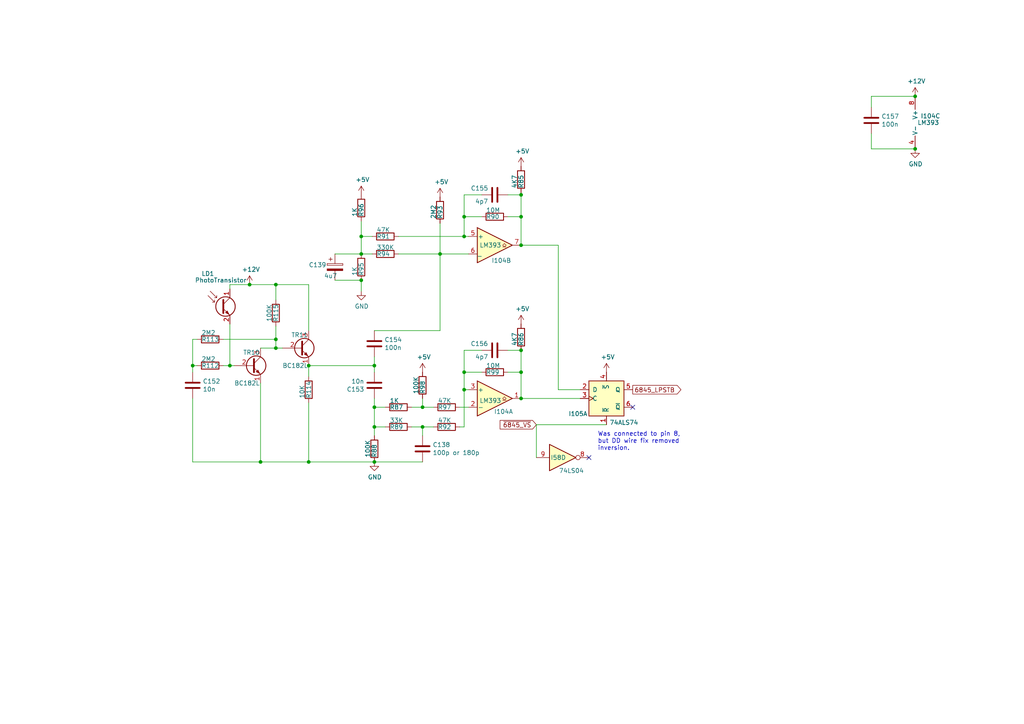
<source format=kicad_sch>
(kicad_sch (version 20211123) (generator eeschema)

  (uuid 115b98bd-3de6-462a-9f9d-f5e9f254076f)

  (paper "A4")

  (title_block
    (date "2022-06-08")
    (rev "0.2")
    (company "DragonPlus Electronics")
    (comment 1 "John Whitworth")
    (comment 3 "including Richard Harding's Dragon Beta PCB images.")
    (comment 4 "Reverse Engineering of Dragon Beta from various sources")
  )

  (lib_symbols
    (symbol "74xx:74LS04" (in_bom yes) (on_board yes)
      (property "Reference" "U" (id 0) (at 0 1.27 0)
        (effects (font (size 1.27 1.27)))
      )
      (property "Value" "74LS04" (id 1) (at 0 -1.27 0)
        (effects (font (size 1.27 1.27)))
      )
      (property "Footprint" "" (id 2) (at 0 0 0)
        (effects (font (size 1.27 1.27)) hide)
      )
      (property "Datasheet" "http://www.ti.com/lit/gpn/sn74LS04" (id 3) (at 0 0 0)
        (effects (font (size 1.27 1.27)) hide)
      )
      (property "ki_locked" "" (id 4) (at 0 0 0)
        (effects (font (size 1.27 1.27)))
      )
      (property "ki_keywords" "TTL not inv" (id 5) (at 0 0 0)
        (effects (font (size 1.27 1.27)) hide)
      )
      (property "ki_description" "Hex Inverter" (id 6) (at 0 0 0)
        (effects (font (size 1.27 1.27)) hide)
      )
      (property "ki_fp_filters" "DIP*W7.62mm* SSOP?14* TSSOP?14*" (id 7) (at 0 0 0)
        (effects (font (size 1.27 1.27)) hide)
      )
      (symbol "74LS04_1_0"
        (polyline
          (pts
            (xy -3.81 3.81)
            (xy -3.81 -3.81)
            (xy 3.81 0)
            (xy -3.81 3.81)
          )
          (stroke (width 0.254) (type default) (color 0 0 0 0))
          (fill (type background))
        )
        (pin input line (at -7.62 0 0) (length 3.81)
          (name "~" (effects (font (size 1.27 1.27))))
          (number "1" (effects (font (size 1.27 1.27))))
        )
        (pin output inverted (at 7.62 0 180) (length 3.81)
          (name "~" (effects (font (size 1.27 1.27))))
          (number "2" (effects (font (size 1.27 1.27))))
        )
      )
      (symbol "74LS04_2_0"
        (polyline
          (pts
            (xy -3.81 3.81)
            (xy -3.81 -3.81)
            (xy 3.81 0)
            (xy -3.81 3.81)
          )
          (stroke (width 0.254) (type default) (color 0 0 0 0))
          (fill (type background))
        )
        (pin input line (at -7.62 0 0) (length 3.81)
          (name "~" (effects (font (size 1.27 1.27))))
          (number "3" (effects (font (size 1.27 1.27))))
        )
        (pin output inverted (at 7.62 0 180) (length 3.81)
          (name "~" (effects (font (size 1.27 1.27))))
          (number "4" (effects (font (size 1.27 1.27))))
        )
      )
      (symbol "74LS04_3_0"
        (polyline
          (pts
            (xy -3.81 3.81)
            (xy -3.81 -3.81)
            (xy 3.81 0)
            (xy -3.81 3.81)
          )
          (stroke (width 0.254) (type default) (color 0 0 0 0))
          (fill (type background))
        )
        (pin input line (at -7.62 0 0) (length 3.81)
          (name "~" (effects (font (size 1.27 1.27))))
          (number "5" (effects (font (size 1.27 1.27))))
        )
        (pin output inverted (at 7.62 0 180) (length 3.81)
          (name "~" (effects (font (size 1.27 1.27))))
          (number "6" (effects (font (size 1.27 1.27))))
        )
      )
      (symbol "74LS04_4_0"
        (polyline
          (pts
            (xy -3.81 3.81)
            (xy -3.81 -3.81)
            (xy 3.81 0)
            (xy -3.81 3.81)
          )
          (stroke (width 0.254) (type default) (color 0 0 0 0))
          (fill (type background))
        )
        (pin output inverted (at 7.62 0 180) (length 3.81)
          (name "~" (effects (font (size 1.27 1.27))))
          (number "8" (effects (font (size 1.27 1.27))))
        )
        (pin input line (at -7.62 0 0) (length 3.81)
          (name "~" (effects (font (size 1.27 1.27))))
          (number "9" (effects (font (size 1.27 1.27))))
        )
      )
      (symbol "74LS04_5_0"
        (polyline
          (pts
            (xy -3.81 3.81)
            (xy -3.81 -3.81)
            (xy 3.81 0)
            (xy -3.81 3.81)
          )
          (stroke (width 0.254) (type default) (color 0 0 0 0))
          (fill (type background))
        )
        (pin output inverted (at 7.62 0 180) (length 3.81)
          (name "~" (effects (font (size 1.27 1.27))))
          (number "10" (effects (font (size 1.27 1.27))))
        )
        (pin input line (at -7.62 0 0) (length 3.81)
          (name "~" (effects (font (size 1.27 1.27))))
          (number "11" (effects (font (size 1.27 1.27))))
        )
      )
      (symbol "74LS04_6_0"
        (polyline
          (pts
            (xy -3.81 3.81)
            (xy -3.81 -3.81)
            (xy 3.81 0)
            (xy -3.81 3.81)
          )
          (stroke (width 0.254) (type default) (color 0 0 0 0))
          (fill (type background))
        )
        (pin output inverted (at 7.62 0 180) (length 3.81)
          (name "~" (effects (font (size 1.27 1.27))))
          (number "12" (effects (font (size 1.27 1.27))))
        )
        (pin input line (at -7.62 0 0) (length 3.81)
          (name "~" (effects (font (size 1.27 1.27))))
          (number "13" (effects (font (size 1.27 1.27))))
        )
      )
      (symbol "74LS04_7_0"
        (pin power_in line (at 0 12.7 270) (length 5.08)
          (name "VCC" (effects (font (size 1.27 1.27))))
          (number "14" (effects (font (size 1.27 1.27))))
        )
        (pin power_in line (at 0 -12.7 90) (length 5.08)
          (name "GND" (effects (font (size 1.27 1.27))))
          (number "7" (effects (font (size 1.27 1.27))))
        )
      )
      (symbol "74LS04_7_1"
        (rectangle (start -5.08 7.62) (end 5.08 -7.62)
          (stroke (width 0.254) (type default) (color 0 0 0 0))
          (fill (type background))
        )
      )
    )
    (symbol "74xx:74LS74" (pin_names (offset 1.016)) (in_bom yes) (on_board yes)
      (property "Reference" "U" (id 0) (at -7.62 8.89 0)
        (effects (font (size 1.27 1.27)))
      )
      (property "Value" "74LS74" (id 1) (at -7.62 -8.89 0)
        (effects (font (size 1.27 1.27)))
      )
      (property "Footprint" "" (id 2) (at 0 0 0)
        (effects (font (size 1.27 1.27)) hide)
      )
      (property "Datasheet" "74xx/74hc_hct74.pdf" (id 3) (at 0 0 0)
        (effects (font (size 1.27 1.27)) hide)
      )
      (property "ki_locked" "" (id 4) (at 0 0 0)
        (effects (font (size 1.27 1.27)))
      )
      (property "ki_keywords" "TTL DFF" (id 5) (at 0 0 0)
        (effects (font (size 1.27 1.27)) hide)
      )
      (property "ki_description" "Dual D Flip-flop, Set & Reset" (id 6) (at 0 0 0)
        (effects (font (size 1.27 1.27)) hide)
      )
      (property "ki_fp_filters" "DIP*W7.62mm*" (id 7) (at 0 0 0)
        (effects (font (size 1.27 1.27)) hide)
      )
      (symbol "74LS74_1_0"
        (pin input line (at 0 -7.62 90) (length 2.54)
          (name "~{R}" (effects (font (size 1.27 1.27))))
          (number "1" (effects (font (size 1.27 1.27))))
        )
        (pin input line (at -7.62 2.54 0) (length 2.54)
          (name "D" (effects (font (size 1.27 1.27))))
          (number "2" (effects (font (size 1.27 1.27))))
        )
        (pin input clock (at -7.62 0 0) (length 2.54)
          (name "C" (effects (font (size 1.27 1.27))))
          (number "3" (effects (font (size 1.27 1.27))))
        )
        (pin input line (at 0 7.62 270) (length 2.54)
          (name "~{S}" (effects (font (size 1.27 1.27))))
          (number "4" (effects (font (size 1.27 1.27))))
        )
        (pin output line (at 7.62 2.54 180) (length 2.54)
          (name "Q" (effects (font (size 1.27 1.27))))
          (number "5" (effects (font (size 1.27 1.27))))
        )
        (pin output line (at 7.62 -2.54 180) (length 2.54)
          (name "~{Q}" (effects (font (size 1.27 1.27))))
          (number "6" (effects (font (size 1.27 1.27))))
        )
      )
      (symbol "74LS74_1_1"
        (rectangle (start -5.08 5.08) (end 5.08 -5.08)
          (stroke (width 0.254) (type default) (color 0 0 0 0))
          (fill (type background))
        )
      )
      (symbol "74LS74_2_0"
        (pin input line (at 0 7.62 270) (length 2.54)
          (name "~{S}" (effects (font (size 1.27 1.27))))
          (number "10" (effects (font (size 1.27 1.27))))
        )
        (pin input clock (at -7.62 0 0) (length 2.54)
          (name "C" (effects (font (size 1.27 1.27))))
          (number "11" (effects (font (size 1.27 1.27))))
        )
        (pin input line (at -7.62 2.54 0) (length 2.54)
          (name "D" (effects (font (size 1.27 1.27))))
          (number "12" (effects (font (size 1.27 1.27))))
        )
        (pin input line (at 0 -7.62 90) (length 2.54)
          (name "~{R}" (effects (font (size 1.27 1.27))))
          (number "13" (effects (font (size 1.27 1.27))))
        )
        (pin output line (at 7.62 -2.54 180) (length 2.54)
          (name "~{Q}" (effects (font (size 1.27 1.27))))
          (number "8" (effects (font (size 1.27 1.27))))
        )
        (pin output line (at 7.62 2.54 180) (length 2.54)
          (name "Q" (effects (font (size 1.27 1.27))))
          (number "9" (effects (font (size 1.27 1.27))))
        )
      )
      (symbol "74LS74_2_1"
        (rectangle (start -5.08 5.08) (end 5.08 -5.08)
          (stroke (width 0.254) (type default) (color 0 0 0 0))
          (fill (type background))
        )
      )
      (symbol "74LS74_3_0"
        (pin power_in line (at 0 10.16 270) (length 2.54)
          (name "VCC" (effects (font (size 1.27 1.27))))
          (number "14" (effects (font (size 1.27 1.27))))
        )
        (pin power_in line (at 0 -10.16 90) (length 2.54)
          (name "GND" (effects (font (size 1.27 1.27))))
          (number "7" (effects (font (size 1.27 1.27))))
        )
      )
      (symbol "74LS74_3_1"
        (rectangle (start -5.08 7.62) (end 5.08 -7.62)
          (stroke (width 0.254) (type default) (color 0 0 0 0))
          (fill (type background))
        )
      )
    )
    (symbol "Comparator:LM393" (pin_names (offset 0.127)) (in_bom yes) (on_board yes)
      (property "Reference" "U" (id 0) (at 3.81 3.81 0)
        (effects (font (size 1.27 1.27)))
      )
      (property "Value" "LM393" (id 1) (at 6.35 -3.81 0)
        (effects (font (size 1.27 1.27)))
      )
      (property "Footprint" "" (id 2) (at 0 0 0)
        (effects (font (size 1.27 1.27)) hide)
      )
      (property "Datasheet" "http://www.ti.com/lit/ds/symlink/lm393.pdf" (id 3) (at 0 0 0)
        (effects (font (size 1.27 1.27)) hide)
      )
      (property "ki_locked" "" (id 4) (at 0 0 0)
        (effects (font (size 1.27 1.27)))
      )
      (property "ki_keywords" "cmp open collector" (id 5) (at 0 0 0)
        (effects (font (size 1.27 1.27)) hide)
      )
      (property "ki_description" "Low-Power, Low-Offset Voltage, Dual Comparators, DIP-8/SOIC-8/TO-99-8" (id 6) (at 0 0 0)
        (effects (font (size 1.27 1.27)) hide)
      )
      (property "ki_fp_filters" "SOIC*3.9x4.9mm*P1.27mm* DIP*W7.62mm* SOP*5.28x5.23mm*P1.27mm* VSSOP*3.0x3.0mm*P0.65mm* TSSOP*4.4x3mm*P0.65mm*" (id 7) (at 0 0 0)
        (effects (font (size 1.27 1.27)) hide)
      )
      (symbol "LM393_1_1"
        (polyline
          (pts
            (xy -5.08 5.08)
            (xy 5.08 0)
            (xy -5.08 -5.08)
            (xy -5.08 5.08)
          )
          (stroke (width 0.254) (type default) (color 0 0 0 0))
          (fill (type background))
        )
        (polyline
          (pts
            (xy 3.302 -0.508)
            (xy 2.794 -0.508)
            (xy 3.302 0)
            (xy 2.794 0.508)
            (xy 2.286 0)
            (xy 2.794 -0.508)
            (xy 2.286 -0.508)
          )
          (stroke (width 0.127) (type default) (color 0 0 0 0))
          (fill (type none))
        )
        (pin open_collector line (at 7.62 0 180) (length 2.54)
          (name "~" (effects (font (size 1.27 1.27))))
          (number "1" (effects (font (size 1.27 1.27))))
        )
        (pin input line (at -7.62 -2.54 0) (length 2.54)
          (name "-" (effects (font (size 1.27 1.27))))
          (number "2" (effects (font (size 1.27 1.27))))
        )
        (pin input line (at -7.62 2.54 0) (length 2.54)
          (name "+" (effects (font (size 1.27 1.27))))
          (number "3" (effects (font (size 1.27 1.27))))
        )
      )
      (symbol "LM393_2_1"
        (polyline
          (pts
            (xy -5.08 5.08)
            (xy 5.08 0)
            (xy -5.08 -5.08)
            (xy -5.08 5.08)
          )
          (stroke (width 0.254) (type default) (color 0 0 0 0))
          (fill (type background))
        )
        (polyline
          (pts
            (xy 3.302 -0.508)
            (xy 2.794 -0.508)
            (xy 3.302 0)
            (xy 2.794 0.508)
            (xy 2.286 0)
            (xy 2.794 -0.508)
            (xy 2.286 -0.508)
          )
          (stroke (width 0.127) (type default) (color 0 0 0 0))
          (fill (type none))
        )
        (pin input line (at -7.62 2.54 0) (length 2.54)
          (name "+" (effects (font (size 1.27 1.27))))
          (number "5" (effects (font (size 1.27 1.27))))
        )
        (pin input line (at -7.62 -2.54 0) (length 2.54)
          (name "_" (effects (font (size 1.27 1.27))))
          (number "6" (effects (font (size 1.27 1.27))))
        )
        (pin open_collector line (at 7.62 0 180) (length 2.54)
          (name "~" (effects (font (size 1.27 1.27))))
          (number "7" (effects (font (size 1.27 1.27))))
        )
      )
      (symbol "LM393_3_1"
        (pin power_in line (at -2.54 -7.62 90) (length 3.81)
          (name "V-" (effects (font (size 1.27 1.27))))
          (number "4" (effects (font (size 1.27 1.27))))
        )
        (pin power_in line (at -2.54 7.62 270) (length 3.81)
          (name "V+" (effects (font (size 1.27 1.27))))
          (number "8" (effects (font (size 1.27 1.27))))
        )
      )
    )
    (symbol "Device:C" (pin_numbers hide) (pin_names (offset 0.254)) (in_bom yes) (on_board yes)
      (property "Reference" "C" (id 0) (at 0.635 2.54 0)
        (effects (font (size 1.27 1.27)) (justify left))
      )
      (property "Value" "C" (id 1) (at 0.635 -2.54 0)
        (effects (font (size 1.27 1.27)) (justify left))
      )
      (property "Footprint" "" (id 2) (at 0.9652 -3.81 0)
        (effects (font (size 1.27 1.27)) hide)
      )
      (property "Datasheet" "~" (id 3) (at 0 0 0)
        (effects (font (size 1.27 1.27)) hide)
      )
      (property "ki_keywords" "cap capacitor" (id 4) (at 0 0 0)
        (effects (font (size 1.27 1.27)) hide)
      )
      (property "ki_description" "Unpolarized capacitor" (id 5) (at 0 0 0)
        (effects (font (size 1.27 1.27)) hide)
      )
      (property "ki_fp_filters" "C_*" (id 6) (at 0 0 0)
        (effects (font (size 1.27 1.27)) hide)
      )
      (symbol "C_0_1"
        (polyline
          (pts
            (xy -2.032 -0.762)
            (xy 2.032 -0.762)
          )
          (stroke (width 0.508) (type default) (color 0 0 0 0))
          (fill (type none))
        )
        (polyline
          (pts
            (xy -2.032 0.762)
            (xy 2.032 0.762)
          )
          (stroke (width 0.508) (type default) (color 0 0 0 0))
          (fill (type none))
        )
      )
      (symbol "C_1_1"
        (pin passive line (at 0 3.81 270) (length 2.794)
          (name "~" (effects (font (size 1.27 1.27))))
          (number "1" (effects (font (size 1.27 1.27))))
        )
        (pin passive line (at 0 -3.81 90) (length 2.794)
          (name "~" (effects (font (size 1.27 1.27))))
          (number "2" (effects (font (size 1.27 1.27))))
        )
      )
    )
    (symbol "Device:CP" (pin_numbers hide) (pin_names (offset 0.254)) (in_bom yes) (on_board yes)
      (property "Reference" "C" (id 0) (at 0.635 2.54 0)
        (effects (font (size 1.27 1.27)) (justify left))
      )
      (property "Value" "CP" (id 1) (at 0.635 -2.54 0)
        (effects (font (size 1.27 1.27)) (justify left))
      )
      (property "Footprint" "" (id 2) (at 0.9652 -3.81 0)
        (effects (font (size 1.27 1.27)) hide)
      )
      (property "Datasheet" "~" (id 3) (at 0 0 0)
        (effects (font (size 1.27 1.27)) hide)
      )
      (property "ki_keywords" "cap capacitor" (id 4) (at 0 0 0)
        (effects (font (size 1.27 1.27)) hide)
      )
      (property "ki_description" "Polarized capacitor" (id 5) (at 0 0 0)
        (effects (font (size 1.27 1.27)) hide)
      )
      (property "ki_fp_filters" "CP_*" (id 6) (at 0 0 0)
        (effects (font (size 1.27 1.27)) hide)
      )
      (symbol "CP_0_1"
        (rectangle (start -2.286 0.508) (end 2.286 1.016)
          (stroke (width 0) (type default) (color 0 0 0 0))
          (fill (type none))
        )
        (polyline
          (pts
            (xy -1.778 2.286)
            (xy -0.762 2.286)
          )
          (stroke (width 0) (type default) (color 0 0 0 0))
          (fill (type none))
        )
        (polyline
          (pts
            (xy -1.27 2.794)
            (xy -1.27 1.778)
          )
          (stroke (width 0) (type default) (color 0 0 0 0))
          (fill (type none))
        )
        (rectangle (start 2.286 -0.508) (end -2.286 -1.016)
          (stroke (width 0) (type default) (color 0 0 0 0))
          (fill (type outline))
        )
      )
      (symbol "CP_1_1"
        (pin passive line (at 0 3.81 270) (length 2.794)
          (name "~" (effects (font (size 1.27 1.27))))
          (number "1" (effects (font (size 1.27 1.27))))
        )
        (pin passive line (at 0 -3.81 90) (length 2.794)
          (name "~" (effects (font (size 1.27 1.27))))
          (number "2" (effects (font (size 1.27 1.27))))
        )
      )
    )
    (symbol "Device:Q_NPN_EBC" (pin_names (offset 0) hide) (in_bom yes) (on_board yes)
      (property "Reference" "Q" (id 0) (at 5.08 1.27 0)
        (effects (font (size 1.27 1.27)) (justify left))
      )
      (property "Value" "Q_NPN_EBC" (id 1) (at 5.08 -1.27 0)
        (effects (font (size 1.27 1.27)) (justify left))
      )
      (property "Footprint" "" (id 2) (at 5.08 2.54 0)
        (effects (font (size 1.27 1.27)) hide)
      )
      (property "Datasheet" "~" (id 3) (at 0 0 0)
        (effects (font (size 1.27 1.27)) hide)
      )
      (property "ki_keywords" "transistor NPN" (id 4) (at 0 0 0)
        (effects (font (size 1.27 1.27)) hide)
      )
      (property "ki_description" "NPN transistor, emitter/base/collector" (id 5) (at 0 0 0)
        (effects (font (size 1.27 1.27)) hide)
      )
      (symbol "Q_NPN_EBC_0_1"
        (polyline
          (pts
            (xy 0.635 0.635)
            (xy 2.54 2.54)
          )
          (stroke (width 0) (type default) (color 0 0 0 0))
          (fill (type none))
        )
        (polyline
          (pts
            (xy 0.635 -0.635)
            (xy 2.54 -2.54)
            (xy 2.54 -2.54)
          )
          (stroke (width 0) (type default) (color 0 0 0 0))
          (fill (type none))
        )
        (polyline
          (pts
            (xy 0.635 1.905)
            (xy 0.635 -1.905)
            (xy 0.635 -1.905)
          )
          (stroke (width 0.508) (type default) (color 0 0 0 0))
          (fill (type none))
        )
        (polyline
          (pts
            (xy 1.27 -1.778)
            (xy 1.778 -1.27)
            (xy 2.286 -2.286)
            (xy 1.27 -1.778)
            (xy 1.27 -1.778)
          )
          (stroke (width 0) (type default) (color 0 0 0 0))
          (fill (type outline))
        )
        (circle (center 1.27 0) (radius 2.8194)
          (stroke (width 0.254) (type default) (color 0 0 0 0))
          (fill (type none))
        )
      )
      (symbol "Q_NPN_EBC_1_1"
        (pin passive line (at 2.54 -5.08 90) (length 2.54)
          (name "E" (effects (font (size 1.27 1.27))))
          (number "1" (effects (font (size 1.27 1.27))))
        )
        (pin passive line (at -5.08 0 0) (length 5.715)
          (name "B" (effects (font (size 1.27 1.27))))
          (number "2" (effects (font (size 1.27 1.27))))
        )
        (pin passive line (at 2.54 5.08 270) (length 2.54)
          (name "C" (effects (font (size 1.27 1.27))))
          (number "3" (effects (font (size 1.27 1.27))))
        )
      )
    )
    (symbol "Device:Q_Photo_NPN" (pin_names (offset 0) hide) (in_bom yes) (on_board yes)
      (property "Reference" "Q" (id 0) (at 5.08 1.27 0)
        (effects (font (size 1.27 1.27)) (justify left))
      )
      (property "Value" "Q_Photo_NPN" (id 1) (at 5.08 -1.27 0)
        (effects (font (size 1.27 1.27)) (justify left))
      )
      (property "Footprint" "" (id 2) (at 5.08 2.54 0)
        (effects (font (size 1.27 1.27)) hide)
      )
      (property "Datasheet" "~" (id 3) (at 0 0 0)
        (effects (font (size 1.27 1.27)) hide)
      )
      (property "ki_keywords" "phototransistor NPN" (id 4) (at 0 0 0)
        (effects (font (size 1.27 1.27)) hide)
      )
      (property "ki_description" "NPN phototransistor, collector/emitter" (id 5) (at 0 0 0)
        (effects (font (size 1.27 1.27)) hide)
      )
      (symbol "Q_Photo_NPN_0_1"
        (polyline
          (pts
            (xy -1.905 1.27)
            (xy -2.54 1.27)
          )
          (stroke (width 0) (type default) (color 0 0 0 0))
          (fill (type none))
        )
        (polyline
          (pts
            (xy -1.27 2.54)
            (xy -1.905 2.54)
          )
          (stroke (width 0) (type default) (color 0 0 0 0))
          (fill (type none))
        )
        (polyline
          (pts
            (xy 0.635 0.635)
            (xy 2.54 2.54)
          )
          (stroke (width 0) (type default) (color 0 0 0 0))
          (fill (type none))
        )
        (polyline
          (pts
            (xy -3.81 3.175)
            (xy -1.905 1.27)
            (xy -1.905 1.905)
          )
          (stroke (width 0) (type default) (color 0 0 0 0))
          (fill (type none))
        )
        (polyline
          (pts
            (xy -3.175 4.445)
            (xy -1.27 2.54)
            (xy -1.27 3.175)
          )
          (stroke (width 0) (type default) (color 0 0 0 0))
          (fill (type none))
        )
        (polyline
          (pts
            (xy 0.635 -0.635)
            (xy 2.54 -2.54)
            (xy 2.54 -2.54)
          )
          (stroke (width 0) (type default) (color 0 0 0 0))
          (fill (type none))
        )
        (polyline
          (pts
            (xy 0.635 1.905)
            (xy 0.635 -1.905)
            (xy 0.635 -1.905)
          )
          (stroke (width 0.508) (type default) (color 0 0 0 0))
          (fill (type none))
        )
        (polyline
          (pts
            (xy 1.27 -1.778)
            (xy 1.778 -1.27)
            (xy 2.286 -2.286)
            (xy 1.27 -1.778)
            (xy 1.27 -1.778)
          )
          (stroke (width 0) (type default) (color 0 0 0 0))
          (fill (type outline))
        )
        (circle (center 1.27 0) (radius 2.8194)
          (stroke (width 0.254) (type default) (color 0 0 0 0))
          (fill (type none))
        )
      )
      (symbol "Q_Photo_NPN_1_1"
        (pin passive line (at 2.54 5.08 270) (length 2.54)
          (name "C" (effects (font (size 1.27 1.27))))
          (number "1" (effects (font (size 1.27 1.27))))
        )
        (pin passive line (at 2.54 -5.08 90) (length 2.54)
          (name "E" (effects (font (size 1.27 1.27))))
          (number "2" (effects (font (size 1.27 1.27))))
        )
      )
    )
    (symbol "Device:R" (pin_numbers hide) (pin_names (offset 0)) (in_bom yes) (on_board yes)
      (property "Reference" "R" (id 0) (at 2.032 0 90)
        (effects (font (size 1.27 1.27)))
      )
      (property "Value" "R" (id 1) (at 0 0 90)
        (effects (font (size 1.27 1.27)))
      )
      (property "Footprint" "" (id 2) (at -1.778 0 90)
        (effects (font (size 1.27 1.27)) hide)
      )
      (property "Datasheet" "~" (id 3) (at 0 0 0)
        (effects (font (size 1.27 1.27)) hide)
      )
      (property "ki_keywords" "R res resistor" (id 4) (at 0 0 0)
        (effects (font (size 1.27 1.27)) hide)
      )
      (property "ki_description" "Resistor" (id 5) (at 0 0 0)
        (effects (font (size 1.27 1.27)) hide)
      )
      (property "ki_fp_filters" "R_*" (id 6) (at 0 0 0)
        (effects (font (size 1.27 1.27)) hide)
      )
      (symbol "R_0_1"
        (rectangle (start -1.016 -2.54) (end 1.016 2.54)
          (stroke (width 0.254) (type default) (color 0 0 0 0))
          (fill (type none))
        )
      )
      (symbol "R_1_1"
        (pin passive line (at 0 3.81 270) (length 1.27)
          (name "~" (effects (font (size 1.27 1.27))))
          (number "1" (effects (font (size 1.27 1.27))))
        )
        (pin passive line (at 0 -3.81 90) (length 1.27)
          (name "~" (effects (font (size 1.27 1.27))))
          (number "2" (effects (font (size 1.27 1.27))))
        )
      )
    )
    (symbol "power:+12V" (power) (pin_names (offset 0)) (in_bom yes) (on_board yes)
      (property "Reference" "#PWR" (id 0) (at 0 -3.81 0)
        (effects (font (size 1.27 1.27)) hide)
      )
      (property "Value" "+12V" (id 1) (at 0 3.556 0)
        (effects (font (size 1.27 1.27)))
      )
      (property "Footprint" "" (id 2) (at 0 0 0)
        (effects (font (size 1.27 1.27)) hide)
      )
      (property "Datasheet" "" (id 3) (at 0 0 0)
        (effects (font (size 1.27 1.27)) hide)
      )
      (property "ki_keywords" "power-flag" (id 4) (at 0 0 0)
        (effects (font (size 1.27 1.27)) hide)
      )
      (property "ki_description" "Power symbol creates a global label with name \"+12V\"" (id 5) (at 0 0 0)
        (effects (font (size 1.27 1.27)) hide)
      )
      (symbol "+12V_0_1"
        (polyline
          (pts
            (xy -0.762 1.27)
            (xy 0 2.54)
          )
          (stroke (width 0) (type default) (color 0 0 0 0))
          (fill (type none))
        )
        (polyline
          (pts
            (xy 0 0)
            (xy 0 2.54)
          )
          (stroke (width 0) (type default) (color 0 0 0 0))
          (fill (type none))
        )
        (polyline
          (pts
            (xy 0 2.54)
            (xy 0.762 1.27)
          )
          (stroke (width 0) (type default) (color 0 0 0 0))
          (fill (type none))
        )
      )
      (symbol "+12V_1_1"
        (pin power_in line (at 0 0 90) (length 0) hide
          (name "+12V" (effects (font (size 1.27 1.27))))
          (number "1" (effects (font (size 1.27 1.27))))
        )
      )
    )
    (symbol "power:+5V" (power) (pin_names (offset 0)) (in_bom yes) (on_board yes)
      (property "Reference" "#PWR" (id 0) (at 0 -3.81 0)
        (effects (font (size 1.27 1.27)) hide)
      )
      (property "Value" "+5V" (id 1) (at 0 3.556 0)
        (effects (font (size 1.27 1.27)))
      )
      (property "Footprint" "" (id 2) (at 0 0 0)
        (effects (font (size 1.27 1.27)) hide)
      )
      (property "Datasheet" "" (id 3) (at 0 0 0)
        (effects (font (size 1.27 1.27)) hide)
      )
      (property "ki_keywords" "power-flag" (id 4) (at 0 0 0)
        (effects (font (size 1.27 1.27)) hide)
      )
      (property "ki_description" "Power symbol creates a global label with name \"+5V\"" (id 5) (at 0 0 0)
        (effects (font (size 1.27 1.27)) hide)
      )
      (symbol "+5V_0_1"
        (polyline
          (pts
            (xy -0.762 1.27)
            (xy 0 2.54)
          )
          (stroke (width 0) (type default) (color 0 0 0 0))
          (fill (type none))
        )
        (polyline
          (pts
            (xy 0 0)
            (xy 0 2.54)
          )
          (stroke (width 0) (type default) (color 0 0 0 0))
          (fill (type none))
        )
        (polyline
          (pts
            (xy 0 2.54)
            (xy 0.762 1.27)
          )
          (stroke (width 0) (type default) (color 0 0 0 0))
          (fill (type none))
        )
      )
      (symbol "+5V_1_1"
        (pin power_in line (at 0 0 90) (length 0) hide
          (name "+5V" (effects (font (size 1.27 1.27))))
          (number "1" (effects (font (size 1.27 1.27))))
        )
      )
    )
    (symbol "power:GND" (power) (pin_names (offset 0)) (in_bom yes) (on_board yes)
      (property "Reference" "#PWR" (id 0) (at 0 -6.35 0)
        (effects (font (size 1.27 1.27)) hide)
      )
      (property "Value" "GND" (id 1) (at 0 -3.81 0)
        (effects (font (size 1.27 1.27)))
      )
      (property "Footprint" "" (id 2) (at 0 0 0)
        (effects (font (size 1.27 1.27)) hide)
      )
      (property "Datasheet" "" (id 3) (at 0 0 0)
        (effects (font (size 1.27 1.27)) hide)
      )
      (property "ki_keywords" "power-flag" (id 4) (at 0 0 0)
        (effects (font (size 1.27 1.27)) hide)
      )
      (property "ki_description" "Power symbol creates a global label with name \"GND\" , ground" (id 5) (at 0 0 0)
        (effects (font (size 1.27 1.27)) hide)
      )
      (symbol "GND_0_1"
        (polyline
          (pts
            (xy 0 0)
            (xy 0 -1.27)
            (xy 1.27 -1.27)
            (xy 0 -2.54)
            (xy -1.27 -1.27)
            (xy 0 -1.27)
          )
          (stroke (width 0) (type default) (color 0 0 0 0))
          (fill (type none))
        )
      )
      (symbol "GND_1_1"
        (pin power_in line (at 0 0 270) (length 0) hide
          (name "GND" (effects (font (size 1.27 1.27))))
          (number "1" (effects (font (size 1.27 1.27))))
        )
      )
    )
  )

  (junction (at 265.43 43.18) (diameter 0) (color 0 0 0 0)
    (uuid 065cd2c3-cebe-4e3e-95e1-1cb66fed3647)
  )
  (junction (at 265.43 27.94) (diameter 0) (color 0 0 0 0)
    (uuid 06c3a1e6-a32d-47a0-9cb7-429216001cf2)
  )
  (junction (at 151.13 115.57) (diameter 0) (color 0 0 0 0)
    (uuid 0e05b777-9810-4e17-91bb-300be1c06a97)
  )
  (junction (at 134.62 113.03) (diameter 0) (color 0 0 0 0)
    (uuid 2e1560c1-200b-40ac-af78-455aa698de5d)
  )
  (junction (at 80.01 98.425) (diameter 0) (color 0 0 0 0)
    (uuid 2e1828f8-ac48-451d-aee6-f3122d0c958d)
  )
  (junction (at 108.585 118.11) (diameter 0) (color 0 0 0 0)
    (uuid 35e6cf97-c2e6-4758-9dec-65fbf30edbb2)
  )
  (junction (at 104.775 73.66) (diameter 0) (color 0 0 0 0)
    (uuid 3b6ce564-a950-40e0-96d5-ff2a9ab1eb4c)
  )
  (junction (at 108.585 106.045) (diameter 0) (color 0 0 0 0)
    (uuid 436bd218-0779-4c0a-bd5a-503ff57feebb)
  )
  (junction (at 134.62 62.865) (diameter 0) (color 0 0 0 0)
    (uuid 55ec6752-5ef0-495d-93d9-1874d920edf0)
  )
  (junction (at 89.535 133.985) (diameter 0) (color 0 0 0 0)
    (uuid 672fd190-5a4e-47b9-ab1f-f70822a68c76)
  )
  (junction (at 72.39 82.55) (diameter 0) (color 0 0 0 0)
    (uuid 73e3067b-bd2d-40e5-a38d-a641e0b7fadf)
  )
  (junction (at 151.13 62.865) (diameter 0) (color 0 0 0 0)
    (uuid 768da96b-6523-4718-9f42-74db0516f005)
  )
  (junction (at 80.01 82.55) (diameter 0) (color 0 0 0 0)
    (uuid 86f53b2f-2008-42cb-bae3-9f05cd93288a)
  )
  (junction (at 108.585 123.825) (diameter 0) (color 0 0 0 0)
    (uuid 885a1a93-99b9-42db-8f45-117ce812f127)
  )
  (junction (at 55.88 106.045) (diameter 0) (color 0 0 0 0)
    (uuid ac6ef04b-40a4-4db3-9bec-5ad9bda6dd31)
  )
  (junction (at 134.62 107.95) (diameter 0) (color 0 0 0 0)
    (uuid acda35be-097d-4f6b-b6f4-85a65fe3e91f)
  )
  (junction (at 151.13 101.6) (diameter 0) (color 0 0 0 0)
    (uuid b03ec346-6d54-4fff-bab5-50b9a38cede2)
  )
  (junction (at 66.675 106.045) (diameter 0) (color 0 0 0 0)
    (uuid b17fdaff-7ef0-4f41-85c8-26e31339d1ee)
  )
  (junction (at 104.775 81.28) (diameter 0) (color 0 0 0 0)
    (uuid b8b8a54c-4d71-4250-9e46-3364f2b5cfd2)
  )
  (junction (at 151.13 71.12) (diameter 0) (color 0 0 0 0)
    (uuid bb5e3f5c-d334-4edf-8b92-1d0b2cffd0c9)
  )
  (junction (at 122.555 123.825) (diameter 0) (color 0 0 0 0)
    (uuid bb6ee8ce-a21a-4d64-ad8c-5d69d205eb57)
  )
  (junction (at 122.555 118.11) (diameter 0) (color 0 0 0 0)
    (uuid bdbc03e6-9175-45da-a399-73faf3e14dd1)
  )
  (junction (at 108.585 133.985) (diameter 0) (color 0 0 0 0)
    (uuid be9a4940-25d9-4389-96aa-29ea2c8446e8)
  )
  (junction (at 134.62 68.58) (diameter 0) (color 0 0 0 0)
    (uuid c33b1a62-eee3-4811-a229-7ead5f071ee2)
  )
  (junction (at 75.565 133.985) (diameter 0) (color 0 0 0 0)
    (uuid c5e4a44a-c071-4526-af28-007143a56509)
  )
  (junction (at 127.635 73.66) (diameter 0) (color 0 0 0 0)
    (uuid cf34fa98-1d34-4eb7-99d3-2a7b622bfe8c)
  )
  (junction (at 80.01 100.965) (diameter 0) (color 0 0 0 0)
    (uuid d85924d9-290e-47e5-93ea-6036840bd31f)
  )
  (junction (at 151.13 107.95) (diameter 0) (color 0 0 0 0)
    (uuid d9532691-451b-4056-bc53-3837c306f54f)
  )
  (junction (at 151.13 56.515) (diameter 0) (color 0 0 0 0)
    (uuid e491bfcd-ebe4-4c29-8601-b2ec02d3397e)
  )
  (junction (at 89.535 106.045) (diameter 0) (color 0 0 0 0)
    (uuid eaede3a3-43fa-412e-b525-da0850aa24c4)
  )
  (junction (at 104.775 68.58) (diameter 0) (color 0 0 0 0)
    (uuid f14cf5e6-3962-4cff-a388-3027f8d60130)
  )

  (no_connect (at 170.815 132.715) (uuid 20fd1aec-5fb6-446f-a004-9981951dc124))
  (no_connect (at 183.515 118.11) (uuid 9c38d33d-72a6-4bca-95f4-3068058b5ecc))

  (wire (pts (xy 134.62 62.865) (xy 134.62 56.515))
    (stroke (width 0) (type default) (color 0 0 0 0))
    (uuid 007434c1-d54a-4227-99f6-f11787ec2c21)
  )
  (wire (pts (xy 55.88 106.045) (xy 57.15 106.045))
    (stroke (width 0) (type default) (color 0 0 0 0))
    (uuid 02ce3d67-52d3-48ea-8362-b6082aa9eb7a)
  )
  (wire (pts (xy 104.775 73.66) (xy 104.775 68.58))
    (stroke (width 0) (type default) (color 0 0 0 0))
    (uuid 06dcb48b-3f18-496b-88e8-b13584b9128d)
  )
  (wire (pts (xy 104.775 68.58) (xy 107.95 68.58))
    (stroke (width 0) (type default) (color 0 0 0 0))
    (uuid 0794db6b-a355-472d-902a-43a716e71761)
  )
  (wire (pts (xy 108.585 118.11) (xy 108.585 123.825))
    (stroke (width 0) (type default) (color 0 0 0 0))
    (uuid 08207f2a-291d-44df-8ce7-49d0dd8abd06)
  )
  (wire (pts (xy 119.38 123.825) (xy 122.555 123.825))
    (stroke (width 0) (type default) (color 0 0 0 0))
    (uuid 08d9c3e8-104f-43ee-923a-0bc47cd68d15)
  )
  (wire (pts (xy 151.13 101.6) (xy 151.13 107.95))
    (stroke (width 0) (type default) (color 0 0 0 0))
    (uuid 0e288ad1-f779-4a58-93bc-23013435caf9)
  )
  (wire (pts (xy 151.13 55.88) (xy 151.13 56.515))
    (stroke (width 0) (type default) (color 0 0 0 0))
    (uuid 133d9e7b-77e7-404a-84d0-ccf788991675)
  )
  (wire (pts (xy 66.675 83.82) (xy 66.675 82.55))
    (stroke (width 0) (type default) (color 0 0 0 0))
    (uuid 158f884a-e75c-4aab-8e05-c620690c7273)
  )
  (wire (pts (xy 133.35 123.825) (xy 134.62 123.825))
    (stroke (width 0) (type default) (color 0 0 0 0))
    (uuid 1ceef555-3b5c-4268-ae3e-c7b0abeff14a)
  )
  (wire (pts (xy 147.32 62.865) (xy 151.13 62.865))
    (stroke (width 0) (type default) (color 0 0 0 0))
    (uuid 2425dfac-eccc-4830-b892-e897cdb4c5c4)
  )
  (wire (pts (xy 108.585 95.885) (xy 127.635 95.885))
    (stroke (width 0) (type default) (color 0 0 0 0))
    (uuid 2682fe9a-247b-428c-938f-1be22a2883b4)
  )
  (wire (pts (xy 108.585 123.825) (xy 111.76 123.825))
    (stroke (width 0) (type default) (color 0 0 0 0))
    (uuid 29b14340-a164-4ba7-aaba-41b6d68f6b34)
  )
  (wire (pts (xy 108.585 123.825) (xy 108.585 126.365))
    (stroke (width 0) (type default) (color 0 0 0 0))
    (uuid 29c15810-8736-482c-b02c-585546ddfd77)
  )
  (wire (pts (xy 115.57 68.58) (xy 134.62 68.58))
    (stroke (width 0) (type default) (color 0 0 0 0))
    (uuid 2c952d4e-0ffe-4efb-acc1-6e6195852c6e)
  )
  (wire (pts (xy 89.535 82.55) (xy 89.535 95.885))
    (stroke (width 0) (type default) (color 0 0 0 0))
    (uuid 3181c861-5713-45a4-a511-404581f6c3b6)
  )
  (wire (pts (xy 265.43 43.18) (xy 252.73 43.18))
    (stroke (width 0) (type default) (color 0 0 0 0))
    (uuid 32e9fb46-f4b0-4ef0-a573-e8ef3e53f929)
  )
  (wire (pts (xy 66.675 82.55) (xy 72.39 82.55))
    (stroke (width 0) (type default) (color 0 0 0 0))
    (uuid 340620e1-78b1-4a85-8d23-cdcdfd1acf60)
  )
  (wire (pts (xy 134.62 107.95) (xy 134.62 101.6))
    (stroke (width 0) (type default) (color 0 0 0 0))
    (uuid 3606890f-ea1f-49e4-8168-8a9dfc8da65f)
  )
  (wire (pts (xy 75.565 133.985) (xy 89.535 133.985))
    (stroke (width 0) (type default) (color 0 0 0 0))
    (uuid 36b2224d-3923-49c1-97e4-e62cfad68557)
  )
  (wire (pts (xy 161.925 71.12) (xy 161.925 113.03))
    (stroke (width 0) (type default) (color 0 0 0 0))
    (uuid 385a423a-c9ff-4fcf-aef3-94e75bccbb14)
  )
  (wire (pts (xy 122.555 123.825) (xy 125.73 123.825))
    (stroke (width 0) (type default) (color 0 0 0 0))
    (uuid 3bf0faad-2475-4e7b-9a63-b800cd298d07)
  )
  (wire (pts (xy 108.585 106.045) (xy 108.585 107.95))
    (stroke (width 0) (type default) (color 0 0 0 0))
    (uuid 3d3fecc7-b43c-4056-950d-3f9b1cccaf99)
  )
  (wire (pts (xy 55.88 133.985) (xy 75.565 133.985))
    (stroke (width 0) (type default) (color 0 0 0 0))
    (uuid 457a83b4-41f8-425f-929f-56e3aec522ce)
  )
  (wire (pts (xy 80.01 98.425) (xy 80.01 100.965))
    (stroke (width 0) (type default) (color 0 0 0 0))
    (uuid 49e6ab2e-a718-4dd2-92af-ae67f53429dc)
  )
  (wire (pts (xy 134.62 107.95) (xy 139.7 107.95))
    (stroke (width 0) (type default) (color 0 0 0 0))
    (uuid 4b2009cb-cbcb-488f-960e-cc65e5121158)
  )
  (wire (pts (xy 122.555 123.825) (xy 122.555 126.365))
    (stroke (width 0) (type default) (color 0 0 0 0))
    (uuid 4dc2961e-1c29-49b2-96cf-92df18b9e17c)
  )
  (wire (pts (xy 151.13 62.865) (xy 151.13 71.12))
    (stroke (width 0) (type default) (color 0 0 0 0))
    (uuid 4ddd3e6c-2584-4ab0-9901-3d17541c5376)
  )
  (wire (pts (xy 107.95 73.66) (xy 104.775 73.66))
    (stroke (width 0) (type default) (color 0 0 0 0))
    (uuid 5f3902ad-2cc1-4e30-8deb-3780f948c00a)
  )
  (wire (pts (xy 133.35 118.11) (xy 135.89 118.11))
    (stroke (width 0) (type default) (color 0 0 0 0))
    (uuid 61c55583-4c20-46ab-a3b0-c29910269e0a)
  )
  (wire (pts (xy 252.73 43.18) (xy 252.73 38.735))
    (stroke (width 0) (type default) (color 0 0 0 0))
    (uuid 623418f7-e775-4dfe-b6c7-d43339167f0f)
  )
  (wire (pts (xy 134.62 68.58) (xy 134.62 62.865))
    (stroke (width 0) (type default) (color 0 0 0 0))
    (uuid 62ac1e7c-36ee-410b-ab19-4b16ba112aa5)
  )
  (wire (pts (xy 55.88 106.045) (xy 55.88 107.95))
    (stroke (width 0) (type default) (color 0 0 0 0))
    (uuid 6622e560-aef9-4a13-a587-172525b544d2)
  )
  (wire (pts (xy 134.62 123.825) (xy 134.62 113.03))
    (stroke (width 0) (type default) (color 0 0 0 0))
    (uuid 68beec7a-ea68-4f21-ad8d-8f7e4efeb9f9)
  )
  (wire (pts (xy 55.88 115.57) (xy 55.88 133.985))
    (stroke (width 0) (type default) (color 0 0 0 0))
    (uuid 6c023b50-f0d9-4a3a-a302-c884d848bb70)
  )
  (wire (pts (xy 80.01 82.55) (xy 80.01 86.995))
    (stroke (width 0) (type default) (color 0 0 0 0))
    (uuid 721ea456-8eaa-4e6d-9110-113a512ae092)
  )
  (wire (pts (xy 108.585 133.985) (xy 122.555 133.985))
    (stroke (width 0) (type default) (color 0 0 0 0))
    (uuid 769f3f19-0cca-4959-aeeb-bfb00208b5b4)
  )
  (wire (pts (xy 108.585 103.505) (xy 108.585 106.045))
    (stroke (width 0) (type default) (color 0 0 0 0))
    (uuid 778f5e9c-f2b6-43fd-a5a9-8a771cb71cd5)
  )
  (wire (pts (xy 147.32 107.95) (xy 151.13 107.95))
    (stroke (width 0) (type default) (color 0 0 0 0))
    (uuid 78c6cf66-2641-4079-a840-3ac523814c32)
  )
  (wire (pts (xy 252.73 27.94) (xy 265.43 27.94))
    (stroke (width 0) (type default) (color 0 0 0 0))
    (uuid 7969ab99-4587-4123-a179-9e5791792aeb)
  )
  (wire (pts (xy 122.555 115.57) (xy 122.555 118.11))
    (stroke (width 0) (type default) (color 0 0 0 0))
    (uuid 7aeebdae-f158-400e-92c7-4206999e5cef)
  )
  (wire (pts (xy 134.62 101.6) (xy 139.7 101.6))
    (stroke (width 0) (type default) (color 0 0 0 0))
    (uuid 8311c983-049b-4520-ab90-5146431bef05)
  )
  (wire (pts (xy 66.675 106.045) (xy 67.945 106.045))
    (stroke (width 0) (type default) (color 0 0 0 0))
    (uuid 838302dd-5dd8-4c57-ae7d-8d4f71af096e)
  )
  (wire (pts (xy 151.13 107.95) (xy 151.13 115.57))
    (stroke (width 0) (type default) (color 0 0 0 0))
    (uuid 83f26c4f-7217-4d15-94a0-02df2ab558a4)
  )
  (wire (pts (xy 104.775 68.58) (xy 104.775 64.135))
    (stroke (width 0) (type default) (color 0 0 0 0))
    (uuid 844401ec-5c71-4405-8848-3cc2da03d7f7)
  )
  (wire (pts (xy 55.88 106.045) (xy 55.88 98.425))
    (stroke (width 0) (type default) (color 0 0 0 0))
    (uuid 8bc77457-99b5-4569-89aa-e55b7792a11d)
  )
  (wire (pts (xy 155.575 123.19) (xy 175.895 123.19))
    (stroke (width 0) (type default) (color 0 0 0 0))
    (uuid 8e060d2b-5e5b-48a5-b0ee-9f31d8fa1357)
  )
  (wire (pts (xy 108.585 115.57) (xy 108.585 118.11))
    (stroke (width 0) (type default) (color 0 0 0 0))
    (uuid 8e2b6b0b-91c6-4294-ab3d-1ea13a560644)
  )
  (wire (pts (xy 97.155 81.28) (xy 104.775 81.28))
    (stroke (width 0) (type default) (color 0 0 0 0))
    (uuid 90d80492-fd72-43bb-802c-c810781be04e)
  )
  (wire (pts (xy 134.62 113.03) (xy 134.62 107.95))
    (stroke (width 0) (type default) (color 0 0 0 0))
    (uuid 91d4a814-9904-4ed2-a143-44f04baa8fbd)
  )
  (wire (pts (xy 89.535 82.55) (xy 80.01 82.55))
    (stroke (width 0) (type default) (color 0 0 0 0))
    (uuid 96d808f6-1e6f-4773-a596-293cbb51e720)
  )
  (wire (pts (xy 80.01 100.965) (xy 81.915 100.965))
    (stroke (width 0) (type default) (color 0 0 0 0))
    (uuid 9716362c-0f54-41cf-aefa-19dfd0b518c3)
  )
  (wire (pts (xy 147.32 101.6) (xy 151.13 101.6))
    (stroke (width 0) (type default) (color 0 0 0 0))
    (uuid 99d608ac-a883-4499-9ac0-8fb9904a24c7)
  )
  (wire (pts (xy 119.38 118.11) (xy 122.555 118.11))
    (stroke (width 0) (type default) (color 0 0 0 0))
    (uuid 9af5c2e3-b928-487f-b0f4-c3c2c81efc5a)
  )
  (wire (pts (xy 151.13 71.12) (xy 161.925 71.12))
    (stroke (width 0) (type default) (color 0 0 0 0))
    (uuid a217cbeb-d11c-49c9-8ef3-ac658533d66d)
  )
  (wire (pts (xy 134.62 56.515) (xy 139.7 56.515))
    (stroke (width 0) (type default) (color 0 0 0 0))
    (uuid a6b76981-eea8-4c05-a30a-33899bca2029)
  )
  (wire (pts (xy 147.32 56.515) (xy 151.13 56.515))
    (stroke (width 0) (type default) (color 0 0 0 0))
    (uuid af8d2498-3c8e-4e08-aa6d-12508be95fa9)
  )
  (wire (pts (xy 64.77 106.045) (xy 66.675 106.045))
    (stroke (width 0) (type default) (color 0 0 0 0))
    (uuid b067cb46-4ca2-4525-bc74-34300ab0d51b)
  )
  (wire (pts (xy 104.775 81.28) (xy 104.775 84.455))
    (stroke (width 0) (type default) (color 0 0 0 0))
    (uuid b3e1fe14-27b0-4777-b4eb-3ae938d69207)
  )
  (wire (pts (xy 75.565 111.125) (xy 75.565 133.985))
    (stroke (width 0) (type default) (color 0 0 0 0))
    (uuid b51e41ad-e3b7-4854-a453-0cac3c0ef6a6)
  )
  (wire (pts (xy 89.535 116.84) (xy 89.535 133.985))
    (stroke (width 0) (type default) (color 0 0 0 0))
    (uuid b71b216a-9ba1-4ebf-ac8b-b107c082b656)
  )
  (wire (pts (xy 135.89 73.66) (xy 127.635 73.66))
    (stroke (width 0) (type default) (color 0 0 0 0))
    (uuid b9bfec87-615d-4b21-afbc-27bcaa083809)
  )
  (wire (pts (xy 135.89 113.03) (xy 134.62 113.03))
    (stroke (width 0) (type default) (color 0 0 0 0))
    (uuid bb971fc2-3bcd-4e8a-85fe-1fced230c0c3)
  )
  (wire (pts (xy 64.77 98.425) (xy 80.01 98.425))
    (stroke (width 0) (type default) (color 0 0 0 0))
    (uuid bd089b7f-3f9f-47c6-b353-859c558bc51d)
  )
  (wire (pts (xy 151.13 56.515) (xy 151.13 62.865))
    (stroke (width 0) (type default) (color 0 0 0 0))
    (uuid bec7e862-e60f-49b7-8dea-86935d446c9d)
  )
  (wire (pts (xy 89.535 106.045) (xy 108.585 106.045))
    (stroke (width 0) (type default) (color 0 0 0 0))
    (uuid c033d9c3-1771-46cb-a96c-e226fd88c5a7)
  )
  (wire (pts (xy 134.62 68.58) (xy 135.89 68.58))
    (stroke (width 0) (type default) (color 0 0 0 0))
    (uuid c3e5686c-d421-400a-a42f-a0f1ba3dc330)
  )
  (wire (pts (xy 127.635 73.66) (xy 127.635 64.77))
    (stroke (width 0) (type default) (color 0 0 0 0))
    (uuid c440ab13-36e2-4c6c-9ecc-f81e5dde38e3)
  )
  (wire (pts (xy 66.675 93.98) (xy 66.675 106.045))
    (stroke (width 0) (type default) (color 0 0 0 0))
    (uuid c8fef122-ae55-4f4d-8876-f27138bb4251)
  )
  (wire (pts (xy 151.13 115.57) (xy 168.275 115.57))
    (stroke (width 0) (type default) (color 0 0 0 0))
    (uuid cb468e2a-9164-4ab3-87e7-2f92cb4f4c40)
  )
  (wire (pts (xy 89.535 106.045) (xy 89.535 109.22))
    (stroke (width 0) (type default) (color 0 0 0 0))
    (uuid cbd81570-c456-4c25-8099-f8007f7e546c)
  )
  (wire (pts (xy 55.88 98.425) (xy 57.15 98.425))
    (stroke (width 0) (type default) (color 0 0 0 0))
    (uuid cd58db76-efec-419d-866f-32adfe463fc4)
  )
  (wire (pts (xy 80.01 94.615) (xy 80.01 98.425))
    (stroke (width 0) (type default) (color 0 0 0 0))
    (uuid cfc620d8-aa83-41cb-9b7c-37abeb29a96a)
  )
  (wire (pts (xy 75.565 100.965) (xy 80.01 100.965))
    (stroke (width 0) (type default) (color 0 0 0 0))
    (uuid d26eadea-835f-4988-94d4-1bf048203fcf)
  )
  (wire (pts (xy 155.575 132.715) (xy 155.575 123.19))
    (stroke (width 0) (type default) (color 0 0 0 0))
    (uuid d45d11e6-5313-4462-a8c5-5d67b48915c2)
  )
  (wire (pts (xy 97.155 73.66) (xy 104.775 73.66))
    (stroke (width 0) (type default) (color 0 0 0 0))
    (uuid d90f5d2e-b58c-42ed-87ee-55d8a2dee085)
  )
  (wire (pts (xy 127.635 95.885) (xy 127.635 73.66))
    (stroke (width 0) (type default) (color 0 0 0 0))
    (uuid dadecafc-f1fd-48cb-ab09-38e4327b3553)
  )
  (wire (pts (xy 80.01 82.55) (xy 72.39 82.55))
    (stroke (width 0) (type default) (color 0 0 0 0))
    (uuid dda0f0cc-5065-47f5-ac5b-64ba524c6daf)
  )
  (wire (pts (xy 122.555 118.11) (xy 125.73 118.11))
    (stroke (width 0) (type default) (color 0 0 0 0))
    (uuid dfab1c04-9b81-4a5d-b7f3-556f9af1e6f1)
  )
  (wire (pts (xy 108.585 118.11) (xy 111.76 118.11))
    (stroke (width 0) (type default) (color 0 0 0 0))
    (uuid e2d2aee3-8dc5-46d7-b568-9ea5ac34dc78)
  )
  (wire (pts (xy 115.57 73.66) (xy 127.635 73.66))
    (stroke (width 0) (type default) (color 0 0 0 0))
    (uuid e39b1f87-fd37-40b7-bf76-216a0b03d482)
  )
  (wire (pts (xy 89.535 133.985) (xy 108.585 133.985))
    (stroke (width 0) (type default) (color 0 0 0 0))
    (uuid ec3b100c-7e01-4f1e-9a4b-91b6ffa9035c)
  )
  (wire (pts (xy 134.62 62.865) (xy 139.7 62.865))
    (stroke (width 0) (type default) (color 0 0 0 0))
    (uuid ef85fc92-777b-46bd-9d71-f1cb6df72a9a)
  )
  (wire (pts (xy 161.925 113.03) (xy 168.275 113.03))
    (stroke (width 0) (type default) (color 0 0 0 0))
    (uuid f30a95e2-a43d-4dc5-ac8a-4309314fa92e)
  )
  (wire (pts (xy 252.73 31.115) (xy 252.73 27.94))
    (stroke (width 0) (type default) (color 0 0 0 0))
    (uuid fc9f3855-1252-4328-83ca-86bc77a60c07)
  )

  (text "Was connected to pin 8,\nbut DD wire fix removed\ninversion."
    (at 173.355 130.81 0)
    (effects (font (size 1.27 1.27)) (justify left bottom))
    (uuid 51444498-181b-447f-9acd-c37e83a2526c)
  )

  (global_label "~{6845_VS}" (shape input) (at 155.575 123.19 180) (fields_autoplaced)
    (effects (font (size 1.27 1.27)) (justify right))
    (uuid 44a21c9f-fab5-49aa-ad3c-f38c1d42447f)
    (property "Intersheet References" "${INTERSHEET_REFS}" (id 0) (at 145.147 123.1106 0)
      (effects (font (size 1.27 1.27)) (justify right) hide)
    )
  )
  (global_label "6845_LPSTB" (shape output) (at 183.515 113.03 0) (fields_autoplaced)
    (effects (font (size 1.27 1.27)) (justify left))
    (uuid c96b1512-2cdc-43fa-b829-dc3edbfe6c2b)
    (property "Intersheet References" "${INTERSHEET_REFS}" (id 0) (at 197.3902 112.9506 0)
      (effects (font (size 1.27 1.27)) (justify left) hide)
    )
  )

  (symbol (lib_id "Device:C") (at 108.585 111.76 180) (unit 1)
    (in_bom yes) (on_board yes)
    (uuid 0125ffc5-9580-481a-a6f5-d4bea864f488)
    (property "Reference" "C153" (id 0) (at 105.664 112.9284 0)
      (effects (font (size 1.27 1.27)) (justify left))
    )
    (property "Value" "10n" (id 1) (at 105.664 110.617 0)
      (effects (font (size 1.27 1.27)) (justify left))
    )
    (property "Footprint" "Capacitor_THT:C_Disc_D4.3mm_W1.9mm_P5.00mm" (id 2) (at 107.6198 107.95 0)
      (effects (font (size 1.27 1.27)) hide)
    )
    (property "Datasheet" "~" (id 3) (at 108.585 111.76 0)
      (effects (font (size 1.27 1.27)) hide)
    )
    (pin "1" (uuid 38ea4a88-3dc0-40c9-a3c8-af23491d1349))
    (pin "2" (uuid 429cce7e-c0b1-4fc9-a42e-69140992d410))
  )

  (symbol (lib_id "Device:R") (at 115.57 123.825 270) (unit 1)
    (in_bom yes) (on_board yes)
    (uuid 062f90b0-7dfe-46b0-8d7c-03bee6df5d23)
    (property "Reference" "R89" (id 0) (at 113.03 123.825 90)
      (effects (font (size 1.27 1.27)) (justify left))
    )
    (property "Value" "33K" (id 1) (at 113.03 121.92 90)
      (effects (font (size 1.27 1.27)) (justify left))
    )
    (property "Footprint" "JW_Footprint_Library:R_Axial_DIN0204_L3.6mm_D1.6mm_P8.89mm_v2" (id 2) (at 115.57 122.047 90)
      (effects (font (size 1.27 1.27)) hide)
    )
    (property "Datasheet" "~" (id 3) (at 115.57 123.825 0)
      (effects (font (size 1.27 1.27)) hide)
    )
    (pin "1" (uuid 440838f6-4723-4167-93c2-a5f9c44a2a0c))
    (pin "2" (uuid c59807ac-3b80-43e9-b1ea-01f42b67df9c))
  )

  (symbol (lib_id "Device:CP") (at 97.155 77.47 0) (unit 1)
    (in_bom yes) (on_board yes)
    (uuid 0657ef3c-b1e7-4e40-ab30-b435d61600ae)
    (property "Reference" "C139" (id 0) (at 89.535 76.835 0)
      (effects (font (size 1.27 1.27)) (justify left))
    )
    (property "Value" "4u7" (id 1) (at 93.98 80.01 0)
      (effects (font (size 1.27 1.27)) (justify left))
    )
    (property "Footprint" "Capacitor_THT:CP_Radial_Tantal_D5.0mm_P5.00mm" (id 2) (at 98.1202 81.28 0)
      (effects (font (size 1.27 1.27)) hide)
    )
    (property "Datasheet" "~" (id 3) (at 97.155 77.47 0)
      (effects (font (size 1.27 1.27)) hide)
    )
    (pin "1" (uuid 0d9034ba-573d-40da-890a-4ea6bfb3a4b2))
    (pin "2" (uuid 67f94f94-97fb-4700-9119-fdb1d8ade18c))
  )

  (symbol (lib_id "Device:R") (at 143.51 62.865 270) (unit 1)
    (in_bom yes) (on_board yes)
    (uuid 0b6d5f42-c5ea-4257-b4d8-95b0d2a56726)
    (property "Reference" "R90" (id 0) (at 140.97 62.865 90)
      (effects (font (size 1.27 1.27)) (justify left))
    )
    (property "Value" "10M" (id 1) (at 140.97 60.96 90)
      (effects (font (size 1.27 1.27)) (justify left))
    )
    (property "Footprint" "JW_Footprint_Library:R_Axial_DIN0204_L3.6mm_D1.6mm_P8.89mm_v2" (id 2) (at 143.51 61.087 90)
      (effects (font (size 1.27 1.27)) hide)
    )
    (property "Datasheet" "~" (id 3) (at 143.51 62.865 0)
      (effects (font (size 1.27 1.27)) hide)
    )
    (pin "1" (uuid 85a82b6f-5237-4228-a7b8-10713fef4964))
    (pin "2" (uuid d324c3a4-7bc2-4a58-abcb-83fac52ff6c8))
  )

  (symbol (lib_id "Device:R") (at 115.57 118.11 270) (unit 1)
    (in_bom yes) (on_board yes)
    (uuid 119bddc9-8465-427e-81e0-b0bcf1d03571)
    (property "Reference" "R87" (id 0) (at 113.03 118.11 90)
      (effects (font (size 1.27 1.27)) (justify left))
    )
    (property "Value" "1K" (id 1) (at 113.03 116.205 90)
      (effects (font (size 1.27 1.27)) (justify left))
    )
    (property "Footprint" "JW_Footprint_Library:R_Axial_DIN0204_L3.6mm_D1.6mm_P8.89mm_v2" (id 2) (at 115.57 116.332 90)
      (effects (font (size 1.27 1.27)) hide)
    )
    (property "Datasheet" "~" (id 3) (at 115.57 118.11 0)
      (effects (font (size 1.27 1.27)) hide)
    )
    (pin "1" (uuid 278be308-cd04-41b3-9e08-37cd45c062d6))
    (pin "2" (uuid aa0c0278-94f7-4f86-ad6a-d7acf91dffca))
  )

  (symbol (lib_id "Device:R") (at 111.76 73.66 270) (unit 1)
    (in_bom yes) (on_board yes)
    (uuid 12060d67-d200-45fc-8665-d6f2a3ccb1e2)
    (property "Reference" "R94" (id 0) (at 109.22 73.66 90)
      (effects (font (size 1.27 1.27)) (justify left))
    )
    (property "Value" "330K" (id 1) (at 109.22 71.755 90)
      (effects (font (size 1.27 1.27)) (justify left))
    )
    (property "Footprint" "JW_Footprint_Library:R_Axial_DIN0204_L3.6mm_D1.6mm_P8.89mm_v2" (id 2) (at 111.76 71.882 90)
      (effects (font (size 1.27 1.27)) hide)
    )
    (property "Datasheet" "~" (id 3) (at 111.76 73.66 0)
      (effects (font (size 1.27 1.27)) hide)
    )
    (pin "1" (uuid 7711f476-9783-4bfe-9adf-5666fdd60fc9))
    (pin "2" (uuid 9c637eb9-c1a3-4564-8219-89c314d9156b))
  )

  (symbol (lib_id "Device:C") (at 143.51 101.6 90) (unit 1)
    (in_bom yes) (on_board yes)
    (uuid 21730874-42cb-491f-8a27-2eef726958df)
    (property "Reference" "C156" (id 0) (at 141.605 99.695 90)
      (effects (font (size 1.27 1.27)) (justify left))
    )
    (property "Value" "4p7" (id 1) (at 141.605 103.505 90)
      (effects (font (size 1.27 1.27)) (justify left))
    )
    (property "Footprint" "Capacitor_THT:C_Disc_D4.3mm_W1.9mm_P5.00mm" (id 2) (at 147.32 100.6348 0)
      (effects (font (size 1.27 1.27)) hide)
    )
    (property "Datasheet" "~" (id 3) (at 143.51 101.6 0)
      (effects (font (size 1.27 1.27)) hide)
    )
    (pin "1" (uuid c8017f94-c159-4c38-a591-13cb1d641fae))
    (pin "2" (uuid cd729a13-b9eb-4155-a85f-e78014b00faa))
  )

  (symbol (lib_id "power:+12V") (at 72.39 82.55 0) (unit 1)
    (in_bom yes) (on_board yes)
    (uuid 26961651-5368-498d-b77c-fbc3b78815c7)
    (property "Reference" "#PWR0417" (id 0) (at 72.39 86.36 0)
      (effects (font (size 1.27 1.27)) hide)
    )
    (property "Value" "+12V" (id 1) (at 72.771 78.1558 0))
    (property "Footprint" "" (id 2) (at 72.39 82.55 0)
      (effects (font (size 1.27 1.27)) hide)
    )
    (property "Datasheet" "" (id 3) (at 72.39 82.55 0)
      (effects (font (size 1.27 1.27)) hide)
    )
    (pin "1" (uuid 7ff5bd81-d8f1-4ad4-aff6-5e734d5a0984))
  )

  (symbol (lib_id "Comparator:LM393") (at 267.97 35.56 0) (unit 3)
    (in_bom yes) (on_board yes)
    (uuid 2d323e8a-5f80-497e-bcc2-b0400af24a41)
    (property "Reference" "I104" (id 0) (at 269.875 33.655 0))
    (property "Value" "LM393" (id 1) (at 269.24 35.56 0))
    (property "Footprint" "Package_DIP:DIP-8_W7.62mm" (id 2) (at 267.97 35.56 0)
      (effects (font (size 1.27 1.27)) hide)
    )
    (property "Datasheet" "http://www.ti.com/lit/ds/symlink/lm393.pdf" (id 3) (at 267.97 35.56 0)
      (effects (font (size 1.27 1.27)) hide)
    )
    (pin "4" (uuid 265216c2-336f-463a-b482-44268702ac1a))
    (pin "8" (uuid 6821798a-d8e8-4866-af4c-86c265b80241))
  )

  (symbol (lib_id "Device:R") (at 143.51 107.95 270) (unit 1)
    (in_bom yes) (on_board yes)
    (uuid 2decb561-4ca1-4a56-8ee8-6fe4714f3b97)
    (property "Reference" "R99" (id 0) (at 140.97 107.95 90)
      (effects (font (size 1.27 1.27)) (justify left))
    )
    (property "Value" "10M" (id 1) (at 140.97 106.045 90)
      (effects (font (size 1.27 1.27)) (justify left))
    )
    (property "Footprint" "JW_Footprint_Library:R_Axial_DIN0204_L3.6mm_D1.6mm_P8.89mm_v2" (id 2) (at 143.51 106.172 90)
      (effects (font (size 1.27 1.27)) hide)
    )
    (property "Datasheet" "~" (id 3) (at 143.51 107.95 0)
      (effects (font (size 1.27 1.27)) hide)
    )
    (pin "1" (uuid f1d0942d-edfa-44f4-b30d-49fdb8cbe04b))
    (pin "2" (uuid 36c0296a-d500-4415-9531-a88d142b9413))
  )

  (symbol (lib_id "Device:C") (at 252.73 34.925 0) (unit 1)
    (in_bom yes) (on_board yes)
    (uuid 3a6b0acc-83b9-4201-a0b8-7a5b6be98361)
    (property "Reference" "C157" (id 0) (at 255.651 33.7566 0)
      (effects (font (size 1.27 1.27)) (justify left))
    )
    (property "Value" "100n" (id 1) (at 255.651 36.068 0)
      (effects (font (size 1.27 1.27)) (justify left))
    )
    (property "Footprint" "Capacitor_THT:C_Disc_D4.3mm_W1.9mm_P5.00mm" (id 2) (at 253.6952 38.735 0)
      (effects (font (size 1.27 1.27)) hide)
    )
    (property "Datasheet" "~" (id 3) (at 252.73 34.925 0)
      (effects (font (size 1.27 1.27)) hide)
    )
    (pin "1" (uuid d1078fc0-18f4-4e01-9b1e-d538a83f491f))
    (pin "2" (uuid ed62048a-70b7-499a-b444-042736566e35))
  )

  (symbol (lib_id "power:+5V") (at 151.13 48.26 0) (unit 1)
    (in_bom yes) (on_board yes)
    (uuid 444b221b-4ec3-4fdb-acbf-e07636a7a9a1)
    (property "Reference" "#PWR0410" (id 0) (at 151.13 52.07 0)
      (effects (font (size 1.27 1.27)) hide)
    )
    (property "Value" "+5V" (id 1) (at 151.511 43.8658 0))
    (property "Footprint" "" (id 2) (at 151.13 48.26 0)
      (effects (font (size 1.27 1.27)) hide)
    )
    (property "Datasheet" "" (id 3) (at 151.13 48.26 0)
      (effects (font (size 1.27 1.27)) hide)
    )
    (pin "1" (uuid ed9fb2c0-a18a-495d-b906-cdde2ab5ed25))
  )

  (symbol (lib_id "Device:Q_NPN_EBC") (at 86.995 100.965 0) (unit 1)
    (in_bom yes) (on_board yes)
    (uuid 475ab5cf-4240-449e-93b1-3391ab587fb4)
    (property "Reference" "TR11" (id 0) (at 84.455 97.155 0)
      (effects (font (size 1.27 1.27)) (justify left))
    )
    (property "Value" "BC182L" (id 1) (at 81.915 106.045 0)
      (effects (font (size 1.27 1.27)) (justify left))
    )
    (property "Footprint" "JW_Footprint_Library:TO-92_Inline_Wide_ECB" (id 2) (at 92.075 98.425 0)
      (effects (font (size 1.27 1.27)) hide)
    )
    (property "Datasheet" "~" (id 3) (at 86.995 100.965 0)
      (effects (font (size 1.27 1.27)) hide)
    )
    (pin "1" (uuid 23e25945-1d43-4545-ba6c-e14fa06af4a2))
    (pin "2" (uuid f865dd1c-fc99-4787-9a56-d34ca235c125))
    (pin "3" (uuid 043a5195-b6fa-4ccd-9767-72e4591e01e6))
  )

  (symbol (lib_id "power:GND") (at 265.43 43.18 0) (unit 1)
    (in_bom yes) (on_board yes)
    (uuid 4a385715-e84f-403e-a63c-45c014c3b3ca)
    (property "Reference" "#PWR0408" (id 0) (at 265.43 49.53 0)
      (effects (font (size 1.27 1.27)) hide)
    )
    (property "Value" "GND" (id 1) (at 265.557 47.5742 0))
    (property "Footprint" "" (id 2) (at 265.43 43.18 0)
      (effects (font (size 1.27 1.27)) hide)
    )
    (property "Datasheet" "" (id 3) (at 265.43 43.18 0)
      (effects (font (size 1.27 1.27)) hide)
    )
    (pin "1" (uuid 13f678da-22aa-4ec1-8a93-f0efde6d9d6b))
  )

  (symbol (lib_id "power:GND") (at 108.585 133.985 0) (unit 1)
    (in_bom yes) (on_board yes)
    (uuid 4d865d1b-b04a-499c-8e4a-ca95d9328b21)
    (property "Reference" "#PWR0412" (id 0) (at 108.585 140.335 0)
      (effects (font (size 1.27 1.27)) hide)
    )
    (property "Value" "GND" (id 1) (at 108.712 138.3792 0))
    (property "Footprint" "" (id 2) (at 108.585 133.985 0)
      (effects (font (size 1.27 1.27)) hide)
    )
    (property "Datasheet" "" (id 3) (at 108.585 133.985 0)
      (effects (font (size 1.27 1.27)) hide)
    )
    (pin "1" (uuid a195f93f-9299-4ebf-89d2-26d53ecd3533))
  )

  (symbol (lib_id "power:+12V") (at 265.43 27.94 0) (unit 1)
    (in_bom yes) (on_board yes)
    (uuid 59917498-463e-4308-b08a-1795ff6d9f65)
    (property "Reference" "#PWR0409" (id 0) (at 265.43 31.75 0)
      (effects (font (size 1.27 1.27)) hide)
    )
    (property "Value" "+12V" (id 1) (at 265.811 23.5458 0))
    (property "Footprint" "" (id 2) (at 265.43 27.94 0)
      (effects (font (size 1.27 1.27)) hide)
    )
    (property "Datasheet" "" (id 3) (at 265.43 27.94 0)
      (effects (font (size 1.27 1.27)) hide)
    )
    (pin "1" (uuid 900c000c-3b5d-4a08-a574-ce5f9c36c660))
  )

  (symbol (lib_id "power:+5V") (at 104.775 56.515 0) (unit 1)
    (in_bom yes) (on_board yes)
    (uuid 5ac492d7-6364-4105-af9f-a7477457b588)
    (property "Reference" "#PWR0415" (id 0) (at 104.775 60.325 0)
      (effects (font (size 1.27 1.27)) hide)
    )
    (property "Value" "+5V" (id 1) (at 105.156 52.1208 0))
    (property "Footprint" "" (id 2) (at 104.775 56.515 0)
      (effects (font (size 1.27 1.27)) hide)
    )
    (property "Datasheet" "" (id 3) (at 104.775 56.515 0)
      (effects (font (size 1.27 1.27)) hide)
    )
    (pin "1" (uuid e3d92566-c864-4903-adf1-81d12d31fe88))
  )

  (symbol (lib_id "power:+5V") (at 127.635 57.15 0) (unit 1)
    (in_bom yes) (on_board yes)
    (uuid 60f1f6f5-4f9a-4afe-8ab0-46fb445be4d9)
    (property "Reference" "#PWR0414" (id 0) (at 127.635 60.96 0)
      (effects (font (size 1.27 1.27)) hide)
    )
    (property "Value" "+5V" (id 1) (at 128.016 52.7558 0))
    (property "Footprint" "" (id 2) (at 127.635 57.15 0)
      (effects (font (size 1.27 1.27)) hide)
    )
    (property "Datasheet" "" (id 3) (at 127.635 57.15 0)
      (effects (font (size 1.27 1.27)) hide)
    )
    (pin "1" (uuid 558c98a7-090c-4c3d-8022-4d0fd9606f12))
  )

  (symbol (lib_id "Device:R") (at 60.96 98.425 270) (unit 1)
    (in_bom yes) (on_board yes)
    (uuid 676370cd-b80a-4cc5-800e-e3ae812a9247)
    (property "Reference" "R113" (id 0) (at 58.42 98.425 90)
      (effects (font (size 1.27 1.27)) (justify left))
    )
    (property "Value" "2M2" (id 1) (at 58.42 96.52 90)
      (effects (font (size 1.27 1.27)) (justify left))
    )
    (property "Footprint" "JW_Footprint_Library:R_Axial_DIN0204_L3.6mm_D1.6mm_P8.89mm_v2" (id 2) (at 60.96 96.647 90)
      (effects (font (size 1.27 1.27)) hide)
    )
    (property "Datasheet" "~" (id 3) (at 60.96 98.425 0)
      (effects (font (size 1.27 1.27)) hide)
    )
    (pin "1" (uuid be4384a3-7d36-49c1-81b0-56a83f30d6c5))
    (pin "2" (uuid b682a0a9-7bfc-4b7d-9261-8bdcbc1b8db3))
  )

  (symbol (lib_id "Device:R") (at 151.13 97.79 0) (unit 1)
    (in_bom yes) (on_board yes)
    (uuid 6d6f74e5-9576-44de-9ddf-a1d0357eef23)
    (property "Reference" "R86" (id 0) (at 151.13 100.33 90)
      (effects (font (size 1.27 1.27)) (justify left))
    )
    (property "Value" "4K7" (id 1) (at 149.225 100.33 90)
      (effects (font (size 1.27 1.27)) (justify left))
    )
    (property "Footprint" "JW_Footprint_Library:R_Axial_DIN0204_L3.6mm_D1.6mm_P8.89mm_v2" (id 2) (at 149.352 97.79 90)
      (effects (font (size 1.27 1.27)) hide)
    )
    (property "Datasheet" "~" (id 3) (at 151.13 97.79 0)
      (effects (font (size 1.27 1.27)) hide)
    )
    (pin "1" (uuid 4a996447-5634-40be-91a8-f0b17e449f89))
    (pin "2" (uuid 5850465d-9efe-454c-b22f-36384dac9e77))
  )

  (symbol (lib_id "Device:R") (at 89.535 113.03 0) (unit 1)
    (in_bom yes) (on_board yes)
    (uuid 6ebff53e-29fa-485b-858f-7e87d94f8891)
    (property "Reference" "R114" (id 0) (at 89.535 115.57 90)
      (effects (font (size 1.27 1.27)) (justify left))
    )
    (property "Value" "10K" (id 1) (at 87.63 115.57 90)
      (effects (font (size 1.27 1.27)) (justify left))
    )
    (property "Footprint" "JW_Footprint_Library:R_Axial_DIN0204_L3.6mm_D1.6mm_P8.89mm_v2" (id 2) (at 87.757 113.03 90)
      (effects (font (size 1.27 1.27)) hide)
    )
    (property "Datasheet" "~" (id 3) (at 89.535 113.03 0)
      (effects (font (size 1.27 1.27)) hide)
    )
    (pin "1" (uuid d801e323-73b3-44c4-84d3-f6ec42fb240a))
    (pin "2" (uuid f6dbc201-3dea-4c0c-bae3-2bf3b91dd7b9))
  )

  (symbol (lib_id "74xx:74LS04") (at 163.195 132.715 0) (unit 4)
    (in_bom yes) (on_board yes)
    (uuid 72f14a38-50ef-4a0c-95ab-d18d41094b8a)
    (property "Reference" "I58" (id 0) (at 161.925 132.715 0))
    (property "Value" "74LS04" (id 1) (at 165.735 136.525 0))
    (property "Footprint" "Package_DIP:DIP-14_W7.62mm" (id 2) (at 163.195 132.715 0)
      (effects (font (size 1.27 1.27)) hide)
    )
    (property "Datasheet" "http://www.ti.com/lit/gpn/sn74LS04" (id 3) (at 163.195 132.715 0)
      (effects (font (size 1.27 1.27)) hide)
    )
    (pin "8" (uuid a8f06209-6e48-4ea0-bf95-1feac715cdce))
    (pin "9" (uuid c97a63a5-126e-47b6-b225-61d008287637))
  )

  (symbol (lib_id "Device:C") (at 143.51 56.515 270) (unit 1)
    (in_bom yes) (on_board yes)
    (uuid 764d5cf8-94a1-45eb-be7e-794341989c79)
    (property "Reference" "C155" (id 0) (at 136.525 54.61 90)
      (effects (font (size 1.27 1.27)) (justify left))
    )
    (property "Value" "4p7" (id 1) (at 137.795 58.42 90)
      (effects (font (size 1.27 1.27)) (justify left))
    )
    (property "Footprint" "Capacitor_THT:C_Disc_D4.3mm_W1.9mm_P5.00mm" (id 2) (at 139.7 57.4802 0)
      (effects (font (size 1.27 1.27)) hide)
    )
    (property "Datasheet" "~" (id 3) (at 143.51 56.515 0)
      (effects (font (size 1.27 1.27)) hide)
    )
    (pin "1" (uuid 24baa91a-5cf7-4a88-a7e9-e52baebbc3cc))
    (pin "2" (uuid 3541003e-5174-43b9-baee-9d3ac92c2bc9))
  )

  (symbol (lib_id "Device:Q_NPN_EBC") (at 73.025 106.045 0) (unit 1)
    (in_bom yes) (on_board yes)
    (uuid 7e3c03a5-f249-43f3-b258-02513348e555)
    (property "Reference" "TR10" (id 0) (at 70.485 102.235 0)
      (effects (font (size 1.27 1.27)) (justify left))
    )
    (property "Value" "BC182L" (id 1) (at 67.945 111.125 0)
      (effects (font (size 1.27 1.27)) (justify left))
    )
    (property "Footprint" "JW_Footprint_Library:TO-92_Inline_Wide_ECB" (id 2) (at 78.105 103.505 0)
      (effects (font (size 1.27 1.27)) hide)
    )
    (property "Datasheet" "~" (id 3) (at 73.025 106.045 0)
      (effects (font (size 1.27 1.27)) hide)
    )
    (pin "1" (uuid 819119fe-8a31-44c2-b376-6da0c7baf7f5))
    (pin "2" (uuid 645f6f33-f369-4ffa-b287-1468eca8a94f))
    (pin "3" (uuid e2f8dafc-e887-4a82-b579-623c12d02821))
  )

  (symbol (lib_id "Comparator:LM393") (at 143.51 115.57 0) (unit 1)
    (in_bom yes) (on_board yes)
    (uuid 822fd3c1-70c3-42b4-8a64-7deebb704067)
    (property "Reference" "I104" (id 0) (at 146.05 119.38 0))
    (property "Value" "LM393" (id 1) (at 142.24 116.205 0))
    (property "Footprint" "Package_DIP:DIP-8_W7.62mm" (id 2) (at 143.51 115.57 0)
      (effects (font (size 1.27 1.27)) hide)
    )
    (property "Datasheet" "http://www.ti.com/lit/ds/symlink/lm393.pdf" (id 3) (at 143.51 115.57 0)
      (effects (font (size 1.27 1.27)) hide)
    )
    (pin "1" (uuid fd5ecf34-a7cb-446f-bf6c-8f09578ac78d))
    (pin "2" (uuid 6cc08198-0b41-45b8-a3e9-77bd2c7f8f75))
    (pin "3" (uuid 68c296cd-047f-4a85-944d-69015d278bda))
  )

  (symbol (lib_id "74xx:74LS74") (at 175.895 115.57 0) (unit 1)
    (in_bom yes) (on_board yes)
    (uuid 851af49b-b347-4c13-80c9-1bd2c9a33d6b)
    (property "Reference" "I105" (id 0) (at 167.64 120.015 0))
    (property "Value" "74ALS74" (id 1) (at 180.975 122.555 0))
    (property "Footprint" "Package_DIP:DIP-14_W7.62mm" (id 2) (at 175.895 115.57 0)
      (effects (font (size 1.27 1.27)) hide)
    )
    (property "Datasheet" "74xx/74hc_hct74.pdf" (id 3) (at 175.895 115.57 0)
      (effects (font (size 1.27 1.27)) hide)
    )
    (pin "1" (uuid e0ea1240-c5ac-44bf-b432-3434848477ab))
    (pin "2" (uuid e5b4e563-d587-4038-ad7a-c3d55a163d77))
    (pin "3" (uuid 53a8d819-df7f-469d-85e2-71dc3ff2991c))
    (pin "4" (uuid daa2dab5-40c0-4deb-8bb5-ad17fe0cb08c))
    (pin "5" (uuid 88a5f43f-389d-4444-b680-6fb09df1d2ec))
    (pin "6" (uuid aa2f884d-41c7-4c8a-a805-5830ab657d4e))
  )

  (symbol (lib_id "Device:C") (at 108.585 99.695 0) (unit 1)
    (in_bom yes) (on_board yes)
    (uuid 8665c6fc-9ca3-440c-9776-e4fdf294b2b8)
    (property "Reference" "C154" (id 0) (at 111.506 98.5266 0)
      (effects (font (size 1.27 1.27)) (justify left))
    )
    (property "Value" "100n" (id 1) (at 111.506 100.838 0)
      (effects (font (size 1.27 1.27)) (justify left))
    )
    (property "Footprint" "Capacitor_THT:C_Disc_D4.3mm_W1.9mm_P5.00mm" (id 2) (at 109.5502 103.505 0)
      (effects (font (size 1.27 1.27)) hide)
    )
    (property "Datasheet" "~" (id 3) (at 108.585 99.695 0)
      (effects (font (size 1.27 1.27)) hide)
    )
    (pin "1" (uuid 7572eb52-44c1-46ec-97ee-d2b9dc6c0df4))
    (pin "2" (uuid a5c8446a-e363-40e5-9fef-9464e1052a30))
  )

  (symbol (lib_id "Device:R") (at 104.775 60.325 0) (unit 1)
    (in_bom yes) (on_board yes)
    (uuid 8c2492c7-6347-4473-a879-4796c0f27a96)
    (property "Reference" "R96" (id 0) (at 104.775 62.865 90)
      (effects (font (size 1.27 1.27)) (justify left))
    )
    (property "Value" "1K" (id 1) (at 102.87 62.865 90)
      (effects (font (size 1.27 1.27)) (justify left))
    )
    (property "Footprint" "JW_Footprint_Library:R_Axial_DIN0204_L3.6mm_D1.6mm_P8.89mm_v2" (id 2) (at 102.997 60.325 90)
      (effects (font (size 1.27 1.27)) hide)
    )
    (property "Datasheet" "~" (id 3) (at 104.775 60.325 0)
      (effects (font (size 1.27 1.27)) hide)
    )
    (pin "1" (uuid 06bffc27-c594-4d5d-8a3e-de606185e713))
    (pin "2" (uuid a59f9df2-91c1-4aa9-b94d-1c1dc0b0e701))
  )

  (symbol (lib_id "Device:R") (at 111.76 68.58 270) (unit 1)
    (in_bom yes) (on_board yes)
    (uuid 9862bcc4-a321-4949-8a58-c546d76e3b9a)
    (property "Reference" "R91" (id 0) (at 109.22 68.58 90)
      (effects (font (size 1.27 1.27)) (justify left))
    )
    (property "Value" "47K" (id 1) (at 109.22 66.675 90)
      (effects (font (size 1.27 1.27)) (justify left))
    )
    (property "Footprint" "JW_Footprint_Library:R_Axial_DIN0204_L3.6mm_D1.6mm_P8.89mm_v2" (id 2) (at 111.76 66.802 90)
      (effects (font (size 1.27 1.27)) hide)
    )
    (property "Datasheet" "~" (id 3) (at 111.76 68.58 0)
      (effects (font (size 1.27 1.27)) hide)
    )
    (pin "1" (uuid da3ac5d4-8197-45c2-942d-d261e684fb73))
    (pin "2" (uuid 85dae704-a048-4541-b5ef-0b744e12e580))
  )

  (symbol (lib_id "Comparator:LM393") (at 143.51 71.12 0) (unit 2)
    (in_bom yes) (on_board yes)
    (uuid 9e7bfbaf-8c09-4017-9016-b319c32621e9)
    (property "Reference" "I104" (id 0) (at 145.415 75.565 0))
    (property "Value" "LM393" (id 1) (at 142.24 71.12 0))
    (property "Footprint" "Package_DIP:DIP-8_W7.62mm" (id 2) (at 143.51 71.12 0)
      (effects (font (size 1.27 1.27)) hide)
    )
    (property "Datasheet" "http://www.ti.com/lit/ds/symlink/lm393.pdf" (id 3) (at 143.51 71.12 0)
      (effects (font (size 1.27 1.27)) hide)
    )
    (pin "5" (uuid 2b4839c8-d1db-4100-94f0-36b6f7433ec2))
    (pin "6" (uuid 58b71614-005d-485a-9363-a0fee221dad5))
    (pin "7" (uuid cf36550f-16b8-413a-b207-afed09af6e35))
  )

  (symbol (lib_id "Device:C") (at 122.555 130.175 0) (unit 1)
    (in_bom yes) (on_board yes)
    (uuid a48d9483-4b89-4060-a3c8-42f868cce31c)
    (property "Reference" "C138" (id 0) (at 125.476 129.0066 0)
      (effects (font (size 1.27 1.27)) (justify left))
    )
    (property "Value" "100p or 180p" (id 1) (at 125.476 131.318 0)
      (effects (font (size 1.27 1.27)) (justify left))
    )
    (property "Footprint" "Capacitor_THT:C_Disc_D3.4mm_W2.1mm_P2.50mm" (id 2) (at 123.5202 133.985 0)
      (effects (font (size 1.27 1.27)) hide)
    )
    (property "Datasheet" "~" (id 3) (at 122.555 130.175 0)
      (effects (font (size 1.27 1.27)) hide)
    )
    (pin "1" (uuid e066f44c-1e05-485c-9b4c-90cc35d40164))
    (pin "2" (uuid 29c6a150-bd1a-4a42-b165-153c3f2f5c01))
  )

  (symbol (lib_id "Device:R") (at 151.13 52.07 0) (unit 1)
    (in_bom yes) (on_board yes)
    (uuid a9a9f2d3-588d-475b-8d5d-3e7a1c32868f)
    (property "Reference" "R85" (id 0) (at 151.13 54.61 90)
      (effects (font (size 1.27 1.27)) (justify left))
    )
    (property "Value" "4K7" (id 1) (at 149.225 54.61 90)
      (effects (font (size 1.27 1.27)) (justify left))
    )
    (property "Footprint" "JW_Footprint_Library:R_Axial_DIN0204_L3.6mm_D1.6mm_P8.89mm_v2" (id 2) (at 149.352 52.07 90)
      (effects (font (size 1.27 1.27)) hide)
    )
    (property "Datasheet" "~" (id 3) (at 151.13 52.07 0)
      (effects (font (size 1.27 1.27)) hide)
    )
    (pin "1" (uuid 8f5e6340-3388-4cde-8c8a-faf509247514))
    (pin "2" (uuid 1c1ef12e-c7b0-492e-9b79-680b7414cc11))
  )

  (symbol (lib_id "Device:Q_Photo_NPN") (at 64.135 88.9 0) (unit 1)
    (in_bom yes) (on_board yes)
    (uuid b259b1b2-8d93-4f57-8df2-c3a84731550f)
    (property "Reference" "LD1" (id 0) (at 58.42 79.375 0)
      (effects (font (size 1.27 1.27)) (justify left))
    )
    (property "Value" "PhotoTransistor" (id 1) (at 56.515 81.28 0)
      (effects (font (size 1.27 1.27)) (justify left))
    )
    (property "Footprint" "Connector_PinHeader_2.54mm:PinHeader_1x02_P2.54mm_Vertical" (id 2) (at 69.215 86.36 0)
      (effects (font (size 1.27 1.27)) hide)
    )
    (property "Datasheet" "~" (id 3) (at 64.135 88.9 0)
      (effects (font (size 1.27 1.27)) hide)
    )
    (pin "1" (uuid 99555129-cfbb-4334-9646-4016e1304541))
    (pin "2" (uuid 0620a3eb-6707-4216-84cf-b2b8e22080a4))
  )

  (symbol (lib_id "Device:R") (at 104.775 77.47 0) (unit 1)
    (in_bom yes) (on_board yes)
    (uuid b5a39339-289d-40c0-a72a-98c89f58c4a4)
    (property "Reference" "R95" (id 0) (at 104.775 80.01 90)
      (effects (font (size 1.27 1.27)) (justify left))
    )
    (property "Value" "1K" (id 1) (at 102.87 80.01 90)
      (effects (font (size 1.27 1.27)) (justify left))
    )
    (property "Footprint" "JW_Footprint_Library:R_Axial_DIN0204_L3.6mm_D1.6mm_P8.89mm_v2" (id 2) (at 102.997 77.47 90)
      (effects (font (size 1.27 1.27)) hide)
    )
    (property "Datasheet" "~" (id 3) (at 104.775 77.47 0)
      (effects (font (size 1.27 1.27)) hide)
    )
    (pin "1" (uuid 901f2265-90f2-4b19-a334-8fc979814b1f))
    (pin "2" (uuid a678ce15-6f16-423e-881e-874c35d05c48))
  )

  (symbol (lib_id "Device:R") (at 129.54 123.825 270) (unit 1)
    (in_bom yes) (on_board yes)
    (uuid c66454ea-672b-4190-a2f5-0d750ddc2e37)
    (property "Reference" "R92" (id 0) (at 127 123.825 90)
      (effects (font (size 1.27 1.27)) (justify left))
    )
    (property "Value" "47K" (id 1) (at 127 121.92 90)
      (effects (font (size 1.27 1.27)) (justify left))
    )
    (property "Footprint" "JW_Footprint_Library:R_Axial_DIN0204_L3.6mm_D1.6mm_P8.89mm_v2" (id 2) (at 129.54 122.047 90)
      (effects (font (size 1.27 1.27)) hide)
    )
    (property "Datasheet" "~" (id 3) (at 129.54 123.825 0)
      (effects (font (size 1.27 1.27)) hide)
    )
    (pin "1" (uuid 90cecbf8-8931-4010-8a6b-fdc9838017a0))
    (pin "2" (uuid 6b97633b-3b3d-462f-afc0-c893e0cfda97))
  )

  (symbol (lib_id "power:+5V") (at 151.13 93.98 0) (unit 1)
    (in_bom yes) (on_board yes)
    (uuid cf0fb86a-c3cb-45f7-a8f0-2444c7f07b8e)
    (property "Reference" "#PWR0413" (id 0) (at 151.13 97.79 0)
      (effects (font (size 1.27 1.27)) hide)
    )
    (property "Value" "+5V" (id 1) (at 151.511 89.5858 0))
    (property "Footprint" "" (id 2) (at 151.13 93.98 0)
      (effects (font (size 1.27 1.27)) hide)
    )
    (property "Datasheet" "" (id 3) (at 151.13 93.98 0)
      (effects (font (size 1.27 1.27)) hide)
    )
    (pin "1" (uuid 8572e216-4990-4f74-8aaf-0564e61758fc))
  )

  (symbol (lib_id "Device:R") (at 127.635 60.96 0) (unit 1)
    (in_bom yes) (on_board yes)
    (uuid d4757d0b-c541-4ca9-91f6-75da9837b96c)
    (property "Reference" "R93" (id 0) (at 127.635 63.5 90)
      (effects (font (size 1.27 1.27)) (justify left))
    )
    (property "Value" "2M2" (id 1) (at 125.73 63.5 90)
      (effects (font (size 1.27 1.27)) (justify left))
    )
    (property "Footprint" "JW_Footprint_Library:R_Axial_DIN0204_L3.6mm_D1.6mm_P8.89mm_v2" (id 2) (at 125.857 60.96 90)
      (effects (font (size 1.27 1.27)) hide)
    )
    (property "Datasheet" "~" (id 3) (at 127.635 60.96 0)
      (effects (font (size 1.27 1.27)) hide)
    )
    (pin "1" (uuid ba32f11a-76d6-4ed8-8549-e630e7d9ec45))
    (pin "2" (uuid b05e7df2-d687-4832-a840-1dac1e584dbc))
  )

  (symbol (lib_id "power:+5V") (at 122.555 107.95 0) (unit 1)
    (in_bom yes) (on_board yes)
    (uuid e08617de-a29d-410d-b579-b172e3ea3c97)
    (property "Reference" "#PWR0411" (id 0) (at 122.555 111.76 0)
      (effects (font (size 1.27 1.27)) hide)
    )
    (property "Value" "+5V" (id 1) (at 122.936 103.5558 0))
    (property "Footprint" "" (id 2) (at 122.555 107.95 0)
      (effects (font (size 1.27 1.27)) hide)
    )
    (property "Datasheet" "" (id 3) (at 122.555 107.95 0)
      (effects (font (size 1.27 1.27)) hide)
    )
    (pin "1" (uuid d17029dc-04f3-4f03-be9c-f0a86b65d21e))
  )

  (symbol (lib_id "Device:R") (at 108.585 130.175 0) (unit 1)
    (in_bom yes) (on_board yes)
    (uuid ec74c80a-4378-4592-ac8b-35d20ccb57df)
    (property "Reference" "R88" (id 0) (at 108.585 132.715 90)
      (effects (font (size 1.27 1.27)) (justify left))
    )
    (property "Value" "100K" (id 1) (at 106.68 132.715 90)
      (effects (font (size 1.27 1.27)) (justify left))
    )
    (property "Footprint" "JW_Footprint_Library:R_Axial_DIN0204_L3.6mm_D1.6mm_P8.89mm_v2" (id 2) (at 106.807 130.175 90)
      (effects (font (size 1.27 1.27)) hide)
    )
    (property "Datasheet" "~" (id 3) (at 108.585 130.175 0)
      (effects (font (size 1.27 1.27)) hide)
    )
    (pin "1" (uuid 11674fb7-ef43-4bb9-bcdb-48c102a4fa9c))
    (pin "2" (uuid bb4c1051-9534-4a61-b5a0-d5319d850b67))
  )

  (symbol (lib_id "Device:C") (at 55.88 111.76 0) (unit 1)
    (in_bom yes) (on_board yes)
    (uuid ec8c17c2-42af-4d9e-8c87-56e080a305bc)
    (property "Reference" "C152" (id 0) (at 58.801 110.5916 0)
      (effects (font (size 1.27 1.27)) (justify left))
    )
    (property "Value" "10n" (id 1) (at 58.801 112.903 0)
      (effects (font (size 1.27 1.27)) (justify left))
    )
    (property "Footprint" "Capacitor_THT:C_Disc_D4.3mm_W1.9mm_P5.00mm" (id 2) (at 56.8452 115.57 0)
      (effects (font (size 1.27 1.27)) hide)
    )
    (property "Datasheet" "~" (id 3) (at 55.88 111.76 0)
      (effects (font (size 1.27 1.27)) hide)
    )
    (pin "1" (uuid d5d554e5-3fdc-4e1a-9d5c-4af830bbf0be))
    (pin "2" (uuid 6022c6a8-0bd0-4b94-b1bd-e167cd249719))
  )

  (symbol (lib_id "power:GND") (at 104.775 84.455 0) (unit 1)
    (in_bom yes) (on_board yes)
    (uuid f2bc7602-2cda-4db5-9e25-a8ad884d5e31)
    (property "Reference" "#PWR0416" (id 0) (at 104.775 90.805 0)
      (effects (font (size 1.27 1.27)) hide)
    )
    (property "Value" "GND" (id 1) (at 104.902 88.8492 0))
    (property "Footprint" "" (id 2) (at 104.775 84.455 0)
      (effects (font (size 1.27 1.27)) hide)
    )
    (property "Datasheet" "" (id 3) (at 104.775 84.455 0)
      (effects (font (size 1.27 1.27)) hide)
    )
    (pin "1" (uuid 744fcd14-bde7-4496-a465-9aa5358347eb))
  )

  (symbol (lib_id "power:+5V") (at 175.895 107.95 0) (unit 1)
    (in_bom yes) (on_board yes)
    (uuid f7161d64-a0dc-42e0-98d7-a0e878124a80)
    (property "Reference" "#PWR0388" (id 0) (at 175.895 111.76 0)
      (effects (font (size 1.27 1.27)) hide)
    )
    (property "Value" "+5V" (id 1) (at 176.276 103.5558 0))
    (property "Footprint" "" (id 2) (at 175.895 107.95 0)
      (effects (font (size 1.27 1.27)) hide)
    )
    (property "Datasheet" "" (id 3) (at 175.895 107.95 0)
      (effects (font (size 1.27 1.27)) hide)
    )
    (pin "1" (uuid 12215783-4ce1-4031-87f0-99f322f05186))
  )

  (symbol (lib_id "Device:R") (at 122.555 111.76 0) (unit 1)
    (in_bom yes) (on_board yes)
    (uuid f82db3ee-902c-40b3-95e5-b2d8f49d2dc6)
    (property "Reference" "R98" (id 0) (at 122.555 114.3 90)
      (effects (font (size 1.27 1.27)) (justify left))
    )
    (property "Value" "100K" (id 1) (at 120.65 114.3 90)
      (effects (font (size 1.27 1.27)) (justify left))
    )
    (property "Footprint" "JW_Footprint_Library:R_Axial_DIN0204_L3.6mm_D1.6mm_P8.89mm_v2" (id 2) (at 120.777 111.76 90)
      (effects (font (size 1.27 1.27)) hide)
    )
    (property "Datasheet" "~" (id 3) (at 122.555 111.76 0)
      (effects (font (size 1.27 1.27)) hide)
    )
    (pin "1" (uuid aa4f0520-f5b2-4ee7-ac81-1ba39b55467a))
    (pin "2" (uuid 452044ce-db66-4fa1-9e15-d847d863adeb))
  )

  (symbol (lib_id "Device:R") (at 60.96 106.045 270) (unit 1)
    (in_bom yes) (on_board yes)
    (uuid f874e6cd-bbd9-4b7d-bd73-380e4c96b5b0)
    (property "Reference" "R112" (id 0) (at 58.42 106.045 90)
      (effects (font (size 1.27 1.27)) (justify left))
    )
    (property "Value" "2M2" (id 1) (at 58.42 104.14 90)
      (effects (font (size 1.27 1.27)) (justify left))
    )
    (property "Footprint" "JW_Footprint_Library:R_Axial_DIN0204_L3.6mm_D1.6mm_P8.89mm_v2" (id 2) (at 60.96 104.267 90)
      (effects (font (size 1.27 1.27)) hide)
    )
    (property "Datasheet" "~" (id 3) (at 60.96 106.045 0)
      (effects (font (size 1.27 1.27)) hide)
    )
    (pin "1" (uuid 0ddd01db-293f-4db7-82b9-0eee7c5a4045))
    (pin "2" (uuid 6547331a-085a-45c4-a54e-ed3d4e70772e))
  )

  (symbol (lib_id "Device:R") (at 80.01 90.805 0) (unit 1)
    (in_bom yes) (on_board yes)
    (uuid f8879c9c-ac84-4494-88b9-aa49fcb49e31)
    (property "Reference" "R115" (id 0) (at 80.01 93.345 90)
      (effects (font (size 1.27 1.27)) (justify left))
    )
    (property "Value" "100K" (id 1) (at 78.105 93.345 90)
      (effects (font (size 1.27 1.27)) (justify left))
    )
    (property "Footprint" "JW_Footprint_Library:R_Axial_DIN0204_L3.6mm_D1.6mm_P8.89mm_v2" (id 2) (at 78.232 90.805 90)
      (effects (font (size 1.27 1.27)) hide)
    )
    (property "Datasheet" "~" (id 3) (at 80.01 90.805 0)
      (effects (font (size 1.27 1.27)) hide)
    )
    (pin "1" (uuid b278a7e8-1ec0-46a9-aa25-479d716e06c7))
    (pin "2" (uuid e9e26965-bb3f-4c48-848b-b061e338baac))
  )

  (symbol (lib_id "Device:R") (at 129.54 118.11 270) (unit 1)
    (in_bom yes) (on_board yes)
    (uuid fc22a6ce-7e14-4719-9095-87036c0994a7)
    (property "Reference" "R97" (id 0) (at 127 118.11 90)
      (effects (font (size 1.27 1.27)) (justify left))
    )
    (property "Value" "47K" (id 1) (at 127 116.205 90)
      (effects (font (size 1.27 1.27)) (justify left))
    )
    (property "Footprint" "JW_Footprint_Library:R_Axial_DIN0204_L3.6mm_D1.6mm_P8.89mm_v2" (id 2) (at 129.54 116.332 90)
      (effects (font (size 1.27 1.27)) hide)
    )
    (property "Datasheet" "~" (id 3) (at 129.54 118.11 0)
      (effects (font (size 1.27 1.27)) hide)
    )
    (pin "1" (uuid e445c86b-22f3-4104-beae-9a4b1253a210))
    (pin "2" (uuid 65384f6d-8c99-4df6-8e05-a88ae57b5e1c))
  )
)

</source>
